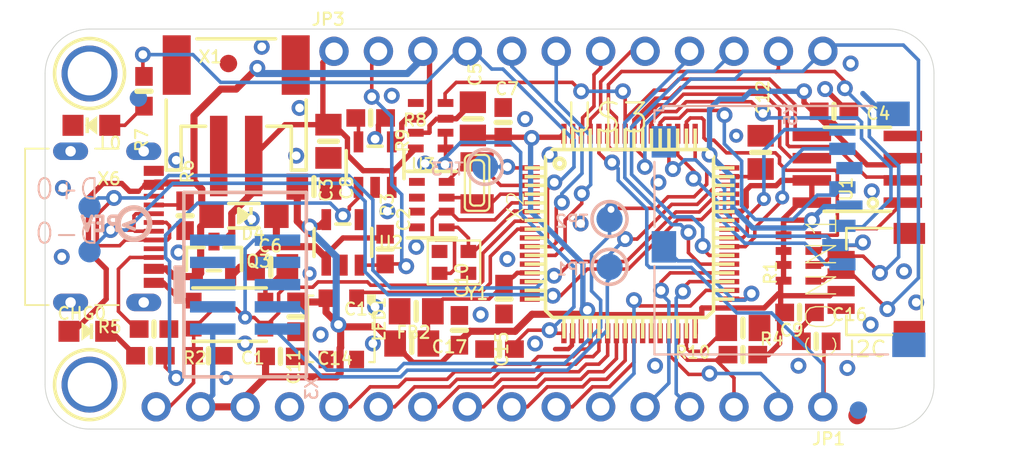
<source format=kicad_pcb>
(kicad_pcb (version 20211014) (generator pcbnew)
  (layers (0 "F.Cu" signal) (31 "B.Cu" signal) (34 "B.Paste" user) (35 "F.Paste" user) (36 "B.SilkS" user "B.Silkscreen") (37 "F.SilkS" user "F.Silkscreen") (38 "B.Mask" user) (39 "F.Mask" user) (44 "Edge.Cuts" user))
  (net 0 "")
  (net 1 "GND")
  (net 2 "MOSI")
  (net 3 "MISO")
  (net 4 "SCK")
  (net 5 "A5")
  (net 6 "A4")
  (net 7 "A3")
  (net 8 "A2")
  (net 9 "A1")
  (net 10 "D11")
  (net 11 "D12")
  (net 12 "+3V3")
  (net 13 "VBUS")
  (net 14 "VBAT")
  (net 15 "N$2")
  (net 16 "D13")
  (net 17 "A0")
  (net 18 "N$1")
  (net 19 "N$3")
  (net 20 "N$4")
  (net 21 "SCL")
  (net 22 "SDA")
  (net 23 "D9")
  (net 24 "D8_NEOPIX")
  (net 25 "D6")
  (net 26 "D5")
  (net 27 "D10")
  (net 28 "D+")
  (net 29 "D-")
  (net 30 "~{RESET}")
  (net 31 "N$5")
  (net 32 "N$7")
  (net 33 "EN")
  (net 34 "VHI")
  (net 35 "FLASH_MOSI")
  (net 36 "FLASH_MISO")
  (net 37 "FLASH_SCK")
  (net 38 "FLASH_CS")
  (net 39 "RX_D0")
  (net 40 "TX_D1")
  (net 41 "V_DIV")
  (net 42 "SWDIO")
  (net 43 "SWCLK")
  (net 44 "VCAP2")
  (net 45 "VCAP1")
  (net 46 "AVCC")
  (net 47 "BOOT0")
  (net 48 "SDIO_D2")
  (net 49 "SDIO_D3")
  (net 50 "SDIO_D0")
  (net 51 "SDIO_CLK")
  (net 52 "SDIO_D1")
  (net 53 "SDIO_CMD")
  (net 54 "CC1")
  (net 55 "CC2")
  (net 56 "N$6")
  (net 57 "N$8")
  (net 58 "SD_DETECT")
  (net 59 "BATTERY")
  (footprint "Adafruit Feather STM32F405 Express:0603-NO" (layer "F.Cu") (at 146.778896 110.789807 90)
    (fp_text reference "C10")
    (fp_text value "1uF")
  )
  (footprint "Adafruit Feather STM32F405 Express:0603-NO" (layer "F.Cu") (at 137.4394 110.0201 -90)
    (fp_text reference "C11")
    (fp_text value "1uF")
  )
  (footprint "Adafruit Feather STM32F405 Express:0805-NO" (layer "F.Cu") (at 135.9966 107.1861)
    (fp_text reference "C6")
    (fp_text value "10µF")
  )
  (footprint "Adafruit Feather STM32F405 Express:SOD-123" (layer "F.Cu") (at 134.4676 104.2416 180)
    (fp_text reference "D4")
    (fp_text value "MBR054")
  )
  (footprint "Adafruit Feather STM32F405 Express:0805-NO" (layer "F.Cu") (at 162.9791 110.6551)
    (fp_text reference "C9")
    (fp_text value "10µF")
  )
  (footprint "Adafruit Feather STM32F405 Express:0603-NO" (layer "F.Cu") (at 136.5504 112.279507)
    (fp_text reference "C14")
    (fp_text value "1uF")
  )
  (footprint "" (layer "F.Cu") (at 171.3611 96.1136)
    (fp_text reference "@HOLE0" hide)
    (fp_text value "")
  )
  (footprint "Adafruit Feather STM32F405 Express:BTN_KMR2_4.6X2.8" (layer "F.Cu") (at 133.6421 109.8931 180)
    (fp_text reference "SW1" hide)
    (fp_text value "KMR2" hide)
  )
  (footprint "Adafruit Feather STM32F405 Express:SOIC8_150MIL" (layer "F.Cu") (at 169.5196 101.5873 90)
    (fp_text reference "U1")
    (fp_text value "25Q16")
  )
  (footprint "Adafruit Feather STM32F405 Express:FIDUCIAL_1MM" (layer "F.Cu") (at 169.5033 115.6646 -90)
    (fp_text reference "U$35" hide)
    (fp_text value "FIDUCIAL_1MM" hide)
  )
  (footprint "Adafruit Feather STM32F405 Express:FEATHER_STM32F405_TOP" (layer "F.Cu") (at 123.1011 116.4336)
    (fp_text reference "U$24" hide)
    (fp_text value "" hide)
  )
  (footprint "Adafruit Feather STM32F405 Express:0805-NO" (layer "F.Cu") (at 144.0561 111.5441)
    (fp_text reference "FB2")
    (fp_text value "ferrite")
  )
  (footprint "Adafruit Feather STM32F405 Express:0805-NO" (layer "F.Cu") (at 147.5486 98.7044 90)
    (fp_text reference "C5")
    (fp_text value "10uF")
  )
  (footprint "Adafruit Feather STM32F405 Express:0603-NO" (layer "F.Cu") (at 142.5321 106.1466 90)
    (fp_text reference "R3")
    (fp_text value "10K")
  )
  (footprint "Adafruit Feather STM32F405 Express:RESPACK_4X0603" (layer "F.Cu") (at 145.1991 103.6066 90)
    (fp_text reference "C2")
    (fp_text value "22pF")
  )
  (footprint "Adafruit Feather STM32F405 Express:0603-NO" (layer "F.Cu") (at 128.7526 97.1296 -90)
    (fp_text reference "R7")
    (fp_text value "2.2K")
  )
  (footprint "Adafruit Feather STM32F405 Express:0603-NO" (layer "F.Cu") (at 167.1701 111.4171 180)
    (fp_text reference "R4")
    (fp_text value "100K")
  )
  (footprint "Adafruit Feather STM32F405 Express:0805-NO" (layer "F.Cu") (at 139.2936 99.9871 -90)
    (fp_text reference "C3")
    (fp_text value "10µF")
  )
  (footprint "Adafruit Feather STM32F405 Express:SOT23-R" (layer "F.Cu") (at 132.7531 106.7181)
    (fp_text reference "Q3")
    (fp_text value "DMG3405")
  )
  (footprint "Adafruit Feather STM32F405 Express:MOUNTINGHOLE_2.5_PLATED" (layer "F.Cu") (at 125.6411 113.8936 -90)
    (fp_text reference "U$32" hide)
    (fp_text value "MOUNTINGHOLE2.5" hide)
  )
  (footprint "Adafruit Feather STM32F405 Express:CHIPLED_0805_NOOUTLINE" (layer "F.Cu") (at 125.7461 99.0746 90)
    (fp_text reference "L0")
    (fp_text value "RED")
  )
  (footprint "" (layer "F.Cu") (at 171.3611 113.8936)
    (fp_text reference "@HOLE1" hide)
    (fp_text value "")
  )
  (footprint "Adafruit Feather STM32F405 Express:JST_SH4" (layer "F.Cu") (at 171.1071 108.0516 90)
    (fp_text reference "CONN1")
    (fp_text value "STEMMA_I2C_QT" hide)
  )
  (footprint "Adafruit Feather STM32F405 Express:0805-NO" (layer "F.Cu") (at 144.3101 109.7026 180)
    (fp_text reference "C13")
    (fp_text value "10µF")
  )
  (footprint "Adafruit Feather STM32F405 Express:0603-NO" (layer "F.Cu") (at 168.1861 98.2726)
    (fp_text reference "C4")
    (fp_text value "1uF")
  )
  (footprint "Adafruit Feather STM32F405 Express:0603-NO" (layer "F.Cu") (at 141.7066 98.6536)
    (fp_text reference "R8")
    (fp_text value "5.1K")
  )
  (footprint "Adafruit Feather STM32F405 Express:0603-NO" (layer "F.Cu") (at 149.2801 98.9074 90)
    (fp_text reference "C7")
    (fp_text value "1uF")
  )
  (footprint "Adafruit Feather STM32F405 Express:CRYSTAL_2.5X2" (layer "F.Cu") (at 146.4691 106.9086 180)
    (fp_text reference "Y1")
    (fp_text value "12mhz")
  )
  (footprint "Adafruit Feather STM32F405 Express:RESPACK_4X0603_NO" (layer "F.Cu") (at 145.1356 99.0981 90)
    (fp_text reference "R9")
    (fp_text value "100K")
  )
  (footprint "Adafruit Feather STM32F405 Express:0603-NO" (layer "F.Cu") (at 132.4356 112.2426)
    (fp_text reference "C1")
    (fp_text value "0.1uF")
  )
  (footprint "Adafruit Feather STM32F405 Express:SOT23-5" (layer "F.Cu") (at 140.1191 105.7656)
    (fp_text reference "U2")
    (fp_text value "AP2112-3.3")
  )
  (footprint "Adafruit Feather STM32F405 Express:LED3535" (layer "F.Cu") (at 140.0302 110.7059 -90)
    (fp_text reference "LED1")
    (fp_text value "WS2812B3535")
  )
  (footprint "Adafruit Feather STM32F405 Express:1X12_ROUND" (layer "F.Cu") (at 153.5811 94.8436)
    (fp_text reference "JP3")
    (fp_text value "")
  )
  (footprint "Adafruit Feather STM32F405 Express:MOUNTINGHOLE_2.5_PLATED" (layer "F.Cu") (at 125.6411 96.1136 -90)
    (fp_text reference "U$31" hide)
    (fp_text value "MOUNTINGHOLE2.5" hide)
  )
  (footprint "Adafruit Feather STM32F405 Express:XTAL3215" (layer "F.Cu") (at 147.7899 102.362 90)
    (fp_text reference "X2")
    (fp_text value "32.768")
  )
  (footprint "Adafruit Feather STM32F405 Express:0603-NO" (layer "F.Cu") (at 131.1021 104.2416 90)
    (fp_text reference "R6")
    (fp_text value "5.1K")
  )
  (footprint "Adafruit Feather STM32F405 Express:0603-NO" (layer "F.Cu") (at 149.3266 109.0041 -90)
    (fp_text reference "C15")
    (fp_text value "0.1uF")
  )
  (footprint "Adafruit Feather STM32F405 Express:1X16_ROUND" (layer "F.Cu") (at 148.5011 115.1636 180)
    (fp_text reference "JP1")
    (fp_text value "")
  )
  (footprint "Adafruit Feather STM32F405 Express:0603-NO" (layer "F.Cu") (at 162.9791 112.1791 180)
    (fp_text reference "R10")
    (fp_text value "100K")
  )
  (footprint "Adafruit Feather STM32F405 Express:FIDUCIAL_1MM" (layer "F.Cu") (at 133.5786 95.5421 -90)
    (fp_text reference "U$34" hide)
    (fp_text value "FIDUCIAL_1MM" hide)
  )
  (footprint "Adafruit Feather STM32F405 Express:0805-NO" (layer "F.Cu") (at 163.9951 100.6221 90)
    (fp_text reference "C12")
    (fp_text value "10µF")
  )
  (footprint "Adafruit Feather STM32F405 Express:CHIPLED_0805_NOOUTLINE" (layer "F.Cu") (at 125.5141 110.8456 -90)
    (fp_text reference "CHG0")
    (fp_text value "ORANGE")
  )
  (footprint "Adafruit Feather STM32F405 Express:0603-NO" (layer "F.Cu") (at 166.2176 109.7661)
    (fp_text reference "C16")
    (fp_text value "1uF")
  )
  (footprint "Adafruit Feather STM32F405 Express:USB_C_CUSB31-CFM2AX-01-X" (layer "F.Cu") (at 125.7681 104.8766 -90)
    (fp_text reference "X6")
    (fp_text value "")
  )
  (footprint "Adafruit Feather STM32F405 Express:0603-NO" (layer "F.Cu") (at 129.3241 110.7186 180)
    (fp_text reference "R5")
    (fp_text value "5.1K")
  )
  (footprint "Adafruit Feather STM32F405 Express:0603-NO" (layer "F.Cu") (at 129.1209 112.2426)
    (fp_text reference "R2")
    (fp_text value "1K")
  )
  (footprint "Adafruit Feather STM32F405 Express:SOT23-5" (layer "F.Cu") (at 141.9606 101.3206)
    (fp_text reference "U3")
    (fp_text value "MCP73831T-2ACI/OT")
  )
  (footprint "Adafruit Feather STM32F405 Express:RESPACK_4X0603_NO" (layer "F.Cu") (at 166.1541 106.6546 90)
    (fp_text reference "R1")
    (fp_text value "10K")
  )
  (footprint "Adafruit Feather STM32F405 Express:TQFP64" (layer "F.Cu") (at 156.5021 105.2576)
    (fp_text reference "U$3")
    (fp_text value "STM32F405R")
  )
  (footprint "Adafruit Feather STM32F405 Express:JSTPH2" (layer "F.Cu") (at 134.0231 97.1296)
    (fp_text reference "X1")
    (fp_text value "JSTPH")
  )
  (footprint "Adafruit Feather STM32F405 Express:0603-NO" (layer "F.Cu") (at 149.0726 111.8616 180)
    (fp_text reference "C17")
    (fp_text value "1uF")
  )
  (footprint "Adafruit Feather STM32F405 Express:0805-NO" (layer "F.Cu") (at 138.4646 102.5756)
    (fp_text reference "C8")
    (fp_text value "10µF")
  )
  (footprint "Adafruit Feather STM32F405 Express:B1,27" (layer "B.Cu") (at 125.6411 103.7336 180)
    (fp_text reference "D+0")
    (fp_text value "TPB1,27")
  )
  (footprint "Adafruit Feather STM32F405 Express:FIDUCIAL_1MM" (layer "B.Cu") (at 169.5831 115.3541 180)
    (fp_text reference "U$37" hide)
    (fp_text value "FIDUCIAL_1MM" hide)
  )
  (footprint "Adafruit Feather STM32F405 Express:TESTPOINT_ROUND_1.5MM" (layer "B.Cu") (at 155.3591 107.1626 180)
    (fp_text reference "TP1")
    (fp_text value "")
  )
  (footprint "Adafruit Feather STM32F405 Express:FEATHER_STM32F405_BOT" (layer "B.Cu") (at 173.9011 116.4336 180)
    (fp_text reference "U$40" hide)
    (fp_text value "" hide)
  )
  (footprint "Adafruit Feather STM32F405 Express:B1,27" (layer "B.Cu") (at 125.6411 106.2736 180)
    (fp_text reference "D-0")
    (fp_text value "TPB1,27")
  )
  (footprint "Adafruit Feather STM32F405 Express:PCBFEAT-REV-040" (layer "B.Cu") (at 128.1811 104.6861 180)
    (fp_text reference "U$13" hide)
    (fp_text value "" hide)
  )
  (footprint "Adafruit Feather STM32F405 Express:TESTPOINT_ROUND_1.5MM" (layer "B.Cu") (at 155.3591 104.4321 180)
    (fp_text reference "TP2")
    (fp_text value "")
  )
  (footprint "Adafruit Feather STM32F405 Express:2X05_1.27MM_SMT" (layer "B.Cu") (at 134.5311 108.1786 90)
    (fp_text reference "X3")
    (fp_text value "")
  )
  (footprint "Adafruit Feather STM32F405 Express:FIDUCIAL_1MM" (layer "B.Cu") (at 128.4351 97.5106 180)
    (fp_text reference "U$5" hide)
    (fp_text value "FIDUCIAL_1MM" hide)
  )
  (footprint "Adafruit Feather STM32F405 Express:TESTPOINT_ROUND_1.5MM" (layer "B.Cu") (at 148.2471 101.4476 180)
    (fp_text reference "TP3")
    (fp_text value "")
  )
  (footprint "Adafruit Feather STM32F405 Express:MICROSD" (layer "B.Cu") (at 158.0261 98.0186 -90)
    (fp_text reference "X5")
    (fp_text value "")
  )
  (gr_line (start 171.3611 93.5736) (end 125.6411 93.5736) (layer "Edge.Cuts") (width 0.05))
  (gr_arc (start 125.6411 116.4336) (mid 123.845049 115.689651) (end 123.1011 113.8936) (layer "Edge.Cuts") (width 0.05))
  (gr_arc (start 171.3611 93.5736) (mid 173.157151 94.317549) (end 173.9011 96.1136) (layer "Edge.Cuts") (width 0.05))
  (gr_line (start 125.6411 116.4336) (end 171.3611 116.4336) (layer "Edge.Cuts") (width 0.05))
  (gr_arc (start 173.9011 113.8936) (mid 173.157151 115.689651) (end 171.3611 116.4336) (layer "Edge.Cuts") (width 0.05))
  (gr_line (start 123.1011 96.1136) (end 123.1011 113.8936) (layer "Edge.Cuts") (width 0.05))
  (gr_arc (start 123.1011 96.1136) (mid 123.845049 94.317549) (end 125.6411 93.5736) (layer "Edge.Cuts") (width 0.05))
  (gr_line (start 173.9011 113.8936) (end 173.9011 96.1136) (layer "Edge.Cuts") (width 0.05))
  (gr_text "I2C" (at 170.0911 111.8616) (layer "F.SilkS") (effects (font (size 0.89408 0.89408) (thickness 0.12192))))
  (segment (start 145.4721 98.6981) (end 145.0721 99.0981) (width 0.254) (layer "F.Cu") (net 1))
  (segment (start 130.8736 109.0931) (end 131.5921 109.0931) (width 0.3048) (layer "F.Cu") (net 1))
  (segment (start 166.3201 110.6551) (end 166.3201 111.4171) (width 0.3048) (layer "F.Cu") (net 1))
  (segment (start 153.00305 111.8616) (end 152.2476 111.8616) (width 0.254) (layer "F.Cu") (net 1))
  (segment (start 136.9466 107.1861) (end 135.6921 108.4406) (width 0.254) (layer "F.Cu") (net 1))
  (segment (start 142.1511 99.0591) (end 142.1511 99.6696) (width 0.3048) (layer "F.Cu") (net 1))
  (segment (start 145.9856 98.6981) (end 145.4721 98.6981) (width 0.254) (layer "F.Cu") (net 1))
  (segment (start 168.9481 98.2726) (end 169.0361 98.2726) (width 0.3048) (layer "F.Cu") (net 1))
  (segment (start 145.9856 98.6981) (end 146.6049 98.6981) (width 0.3048) (layer "F.Cu") (net 1))
  (segment (start 145.0531 99.4981) (end 144.2856 99.4981) (width 0.254) (layer "F.Cu") (net 1))
  (segment (start 145.0721 99.4791) (end 145.0531 99.4981) (width 0.254) (layer "F.Cu") (net 1))
  (segment (start 142.1511 99.6696) (end 141.9606 99.8601) (width 0.3048) (layer "F.Cu") (net 1))
  (segment (start 129.3131 108.0766) (end 129.8571 108.0766) (width 0.3048) (layer "F.Cu") (net 1))
  (segment (start 129.8571 108.0766) (end 130.8736 109.0931) (width 0.3048) (layer "F.Cu") (net 1))
  (segment (start 135.6921 108.4406) (end 135.6921 109.0931) (width 0.254) (layer "F.Cu") (net 1))
  (segment (start 142.5566 98.6536) (end 142.1511 99.0591) (width 0.3048) (layer "F.Cu") (net 1))
  (segment (start 153.2093 111.65535) (end 153.00305 111.8616) (width 0.254) (layer "F.Cu") (net 1))
  (segment (start 146.6049 98.6981) (end 147.5486 97.7544) (width 0.3048) (layer "F.Cu") (net 1))
  (segment (start 167.0676 109.9076) (end 166.3201 110.6551) (width 0.3048) (layer "F.Cu") (net 1))
  (segment (start 145.0721 99.0981) (end 145.0721 99.4791) (width 0.254) (layer "F.Cu") (net 1))
  (segment (start 153.2521 110.9576) (end 153.2093 111.0004) (width 0.254) (layer "F.Cu") (net 1))
  (segment (start 167.6781 97.0026) (end 168.9481 98.2726) (width 0.3048) (layer "F.Cu") (net 1))
  (segment (start 153.2093 111.0004) (end 153.2093 111.65535) (width 0.254) (layer "F.Cu") (net 1))
  (segment (start 167.0676 109.7661) (end 167.0676 109.9076) (width 0.3048) (layer "F.Cu") (net 1))
  (via (at 170.3451 102.8446) (size 0.9064) (drill 0.5) (layers "F.Cu" "B.Cu") (net 1))
  (via (at 142.9131 97.3836) (size 0.9064) (drill 0.5) (layers "F.Cu" "B.Cu") (net 1))
  (via (at 151.9301 100.7491) (size 0.9064) (drill 0.5) (layers "F.Cu" "B.Cu") (net 1))
  (via (at 151.1046 111.5441) (size 0.9064) (drill 0.5) (layers "F.Cu" "B.Cu") (net 1))
  (via (at 162.5981 99.6696) (size 0.8001) (drill 0.3937) (layers "F.Cu" "B.Cu") (net 1))
  (via (at 153.7081 104.6861) (size 0.9064) (drill 0.5) (layers "F.Cu" "B.Cu") (net 1))
  (via (at 137.6426 98.0821) (size 0.9064) (drill 0.5) (layers "F.Cu" "B.Cu") (net 1))
  (via (at 157.9626 112.8141) (size 0.9064) (drill 0.5) (layers "F.Cu" "B.Cu") (net 1))
  (via (at 149.5171 106.7181) (size 0.9064) (drill 0.5) (layers "F.Cu" "B.Cu") (net 1))
  (via (at 169.1386 95.5421) (size 0.9064) (drill 0.5) (layers "F.Cu" "B.Cu") (net 1))
  (via (at 134.9121 104.4321) (size 0.9064) (drill 0.5) (layers "F.Cu" "B.Cu") (net 1))
  (via (at 166.1541 112.8141) (size 0.9064) (drill 0.5) (layers "F.Cu" "B.Cu") (net 1))
  (via (at 172.1866 107.4166) (size 0.9064) (drill 0.5) (layers "F.Cu" "B.Cu") (net 1))
  (via (at 144.3101 106.0196) (size 0.9064) (drill 0.5) (layers "F.Cu" "B.Cu") (net 1))
  (via (at 130.7211 106.3371) (size 0.9064) (drill 0.5) (layers "F.Cu" "B.Cu") (net 1))
  (via (at 133.4516 113.5126) (size 0.8064) (drill 0.4) (layers "F.Cu" "B.Cu") (net 1))
  (via (at 150.5331 98.7171) (size 0.9064) (drill 0.5) (layers "F.Cu" "B.Cu") (net 1))
  (via (at 137.4521 100.8126) (size 0.9064) (drill 0.5) (layers "F.Cu" "B.Cu") (net 1))
  (via (at 124.0536 106.5911) (size 0.9064) (drill 0.5) (layers "F.Cu" "B.Cu") (net 1))
  (via (at 170.2816 110.4646) (size 0.9064) (drill 0.5) (layers "F.Cu" "B.Cu") (net 1))
  (via (at 168.9481 112.9411) (size 0.9064) (drill 0.5) (layers "F.Cu" "B.Cu") (net 1))
  (via (at 172.8851 109.1946) (size 0.9064) (drill 0.5) (layers "F.Cu" "B.Cu") (net 1))
  (via (at 167.6781 97.0026) (size 0.9064) (drill 0.5) (layers "F.Cu" "B.Cu") (net 1))
  (via (at 138.2141 107.5436) (size 0.8064) (drill 0.4) (layers "F.Cu" "B.Cu") (net 1))
  (via (at 141.9606 99.8601) (size 0.9064) (drill 0.5) (layers "F.Cu" "B.Cu") (net 1))
  (via (at 144.8181 101.2571) (size 0.9064) (drill 0.5) (layers "F.Cu" "B.Cu") (net 1))
  (via (at 124.1171 102.6541) (size 0.9064) (drill 0.5) (layers "F.Cu" "B.Cu") (net 1))
  (via (at 141.9606 109.4486) (size 0.9064) (drill 0.5) (layers "F.Cu" "B.Cu") (net 1))
  (via (at 147.9931 109.8931) (size 0.9064) (drill 0.5) (layers "F.Cu" "B.Cu") (net 1))
  (via (at 141.8336 111.5441) (size 0.9064) (drill 0.5) (layers "F.Cu" "B.Cu") (net 1))
  (via (at 135.4836 94.5896) (size 0.9064) (drill 0.5) (layers "F.Cu" "B.Cu") (net 1))
  (via (at 158.1531 102.3366) (size 0.9064) (drill 0.5) (layers "F.Cu" "B.Cu") (net 1))
  (via (at 134.5311 111.5441) (size 0.9064) (drill 0.5) (layers "F.Cu" "B.Cu") (net 1))
  (via (at 130.5941 101.0666) (size 0.9064) (drill 0.5) (layers "F.Cu" "B.Cu") (net 1))
  (via (at 142.6591 103.9876) (size 0.9064) (drill 0.5) (layers "F.Cu" "B.Cu") (net 1))
  (via (at 138.8491 111.0361) (size 0.9064) (drill 0.5) (layers "F.Cu" "B.Cu") (net 1))
  (segment (start 170.9991 98.4186) (end 169.8371 97.2566) (width 0.3048) (layer "B.Cu") (net 1))
  (segment (start 171.5661 98.4186) (end 170.9991 98.4186) (width 0.3048) (layer "B.Cu") (net 1))
  (segment (start 158.303812 108.027888) (end 158.303812 108.5116) (width 0.2032) (layer "F.Cu") (net 2))
  (segment (start 158.8241 107.5076) (end 158.303812 108.027888) (width 0.2032) (layer "F.Cu") (net 2))
  (segment (start 162.2021 107.5076) (end 158.8241 107.5076) (width 0.2032) (layer "F.Cu") (net 2))
  (via (at 158.303812 108.5116) (size 0.9064) (drill 0.5) (layers "F.Cu" "B.Cu") (net 2))
  (segment (start 158.748312 109.1466) (end 158.748312 113.806388) (width 0.2032) (layer "B.Cu") (net 2))
  (segment (start 158.748312 113.806388) (end 157.3911 115.1636) (width 0.2032) (layer "B.Cu") (net 2))
  (segment (start 158.748312 109.1466) (end 158.303812 108.7021) (width 0.2032) (layer "B.Cu") (net 2))
  (segment (start 158.303812 108.7021) (end 158.303812 108.5116) (width 0.2032) (layer "B.Cu") (net 2))
  (segment (start 159.9271 108.0076) (end 159.5501 108.3846) (width 0.2032) (layer "F.Cu") (net 3))
  (segment (start 159.5501 108.3846) (end 159.5501 108.5751) (width 0.2032) (layer "F.Cu") (net 3))
  (segment (start 162.2021 108.0076) (end 159.9271 108.0076) (width 0.2032) (layer "F.Cu") (net 3))
  (via (at 159.5501 108.5751) (size 0.9064) (drill 0.5) (layers "F.Cu" "B.Cu") (net 3))
  (segment (start 159.1691 108.9561) (end 159.1691 114.4016) (width 0.2032) (layer "B.Cu") (net 3))
  (segment (start 159.1691 114.4016) (end 159.9311 115.1636) (width 0.2032) (layer "B.Cu") (net 3))
  (segment (start 159.5501 108.5751) (end 159.1691 108.9561) (width 0.2032) (layer "B.Cu") (net 3))
  (segment (start 159.9796 109.3966) (end 157.0851 109.3966) (width 0.2032) (layer "F.Cu") (net 4))
  (segment (start 162.2021 108.5076) (end 160.8686 108.5076) (width 0.2032) (layer "F.Cu") (net 4))
  (segment (start 160.8686 108.5076) (end 159.9796 109.3966) (width 0.2032) (layer "F.Cu") (net 4))
  (segment (start 156.7561 109.0676) (end 157.0851 109.3966) (width 0.2032) (layer "F.Cu") (net 4))
  (via (at 156.7561 109.0676) (size 0.9064) (drill 0.5) (layers "F.Cu" "B.Cu") (net 4))
  (segment (start 156.7561 109.0676) (end 156.7561 113.2586) (width 0.2032) (layer "B.Cu") (net 4))
  (segment (start 156.7561 113.2586) (end 154.8511 115.1636) (width 0.2032) (layer "B.Cu") (net 4))
  (segment (start 156.7521 110.9576) (end 156.7521 112.6276) (width 0.2032) (layer "F.Cu") (net 5))
  (segment (start 155.3591 114.0206) (end 154.37765 114.0206) (width 0.2032) (layer "F.Cu") (net 5))
  (segment (start 153.23465 115.1636) (end 152.3111 115.1636) (width 0.2032) (layer "F.Cu") (net 5))
  (segment (start 154.37765 114.0206) (end 153.23465 115.1636) (width 0.2032) (layer "F.Cu") (net 5))
  (segment (start 156.7521 112.6276) (end 155.3591 114.0206) (width 0.2032) (layer "F.Cu") (net 5))
  (segment (start 153.830487 114.0206) (end 151.8031 114.0206) (width 0.2032) (layer "F.Cu") (net 6))
  (segment (start 154.262287 113.5888) (end 153.830487 114.0206) (width 0.2032) (layer "F.Cu") (net 6))
  (segment (start 156.2521 110.9576) (end 156.2521 112.516938) (width 0.2032) (layer "F.Cu") (net 6))
  (segment (start 155.180237 113.5888) (end 154.262287 113.5888) (width 0.2032) (layer "F.Cu") (net 6))
  (segment (start 151.8031 114.0206) (end 150.6601 115.1636) (width 0.2032) (layer "F.Cu") (net 6))
  (segment (start 156.2521 112.516938) (end 155.180237 113.5888) (width 0.2032) (layer "F.Cu") (net 6))
  (segment (start 150.6601 115.1636) (end 149.7711 115.1636) (width 0.2032) (layer "F.Cu") (net 6))
  (segment (start 148.15465 115.1636) (end 149.29765 114.0206) (width 0.2032) (layer "F.Cu") (net 7))
  (segment (start 149.29765 114.0206) (end 151.255937 114.0206) (width 0.2032) (layer "F.Cu") (net 7))
  (segment (start 155.7521 112.406275) (end 155.001375 113.157) (width 0.2032) (layer "F.Cu") (net 7))
  (segment (start 148.15465 115.1636) (end 147.2311 115.1636) (width 0.2032) (layer "F.Cu") (net 7))
  (segment (start 154.146925 113.157) (end 153.715125 113.5888) (width 0.2032) (layer "F.Cu") (net 7))
  (segment (start 151.255937 114.0206) (end 151.687737 113.5888) (width 0.2032) (layer "F.Cu") (net 7))
  (segment (start 155.001375 113.157) (end 154.146925 113.157) (width 0.2032) (layer "F.Cu") (net 7))
  (segment (start 155.7521 110.9576) (end 155.7521 112.406275) (width 0.2032) (layer "F.Cu") (net 7))
  (segment (start 151.687737 113.5888) (end 153.715125 113.5888) (width 0.2032) (layer "F.Cu") (net 7))
  (segment (start 153.599762 113.157) (end 151.572375 113.157) (width 0.2032) (layer "F.Cu") (net 8))
  (segment (start 146.75765 114.0206) (end 145.61465 115.1636) (width 0.2032) (layer "F.Cu") (net 8))
  (segment (start 151.572375 113.157) (end 151.140575 113.5888) (width 0.2032) (layer "F.Cu") (net 8))
  (segment (start 155.2521 112.2226) (end 154.7495 112.7252) (width 0.2032) (layer "F.Cu") (net 8))
  (segment (start 148.7551 114.0206) (end 146.75765 114.0206) (width 0.2032) (layer "F.Cu") (net 8))
  (segment (start 145.61465 115.1636) (end 144.6911 115.1636) (width 0.2032) (layer "F.Cu") (net 8))
  (segment (start 154.7495 112.7252) (end 154.031562 112.7252) (width 0.2032) (layer "F.Cu") (net 8))
  (segment (start 151.140575 113.5888) (end 149.1869 113.5888) (width 0.2032) (layer "F.Cu") (net 8))
  (segment (start 155.2521 110.9576) (end 155.2521 112.2226) (width 0.2032) (layer "F.Cu") (net 8))
  (segment (start 149.1869 113.5888) (end 148.7551 114.0206) (width 0.2032) (layer "F.Cu") (net 8))
  (segment (start 154.031562 112.7252) (end 153.599762 113.157) (width 0.2032) (layer "F.Cu") (net 8))
  (segment (start 154.4193 112.2934) (end 153.8527 112.2934) (width 0.2032) (layer "F.Cu") (net 9))
  (segment (start 153.4209 112.7252) (end 151.457012 112.7252) (width 0.2032) (layer "F.Cu") (net 9))
  (segment (start 151.025212 113.157) (end 149.071537 113.157) (width 0.2032) (layer "F.Cu") (net 9))
  (segment (start 144.21765 114.0206) (end 143.07465 115.1636) (width 0.2032) (layer "F.Cu") (net 9))
  (segment (start 153.8527 112.2934) (end 153.4209 112.7252) (width 0.2032) (layer "F.Cu") (net 9))
  (segment (start 154.7521 111.9606) (end 154.4193 112.2934) (width 0.2032) (layer "F.Cu") (net 9))
  (segment (start 154.7521 110.9576) (end 154.7521 111.9606) (width 0.2032) (layer "F.Cu") (net 9))
  (segment (start 149.071537 113.157) (end 148.639737 113.5888) (width 0.2032) (layer "F.Cu") (net 9))
  (segment (start 146.642287 113.5888) (end 146.210487 114.0206) (width 0.2032) (layer "F.Cu") (net 9))
  (segment (start 151.457012 112.7252) (end 151.025212 113.157) (width 0.2032) (layer "F.Cu") (net 9))
  (segment (start 148.639737 113.5888) (end 146.642287 113.5888) (width 0.2032) (layer "F.Cu") (net 9))
  (segment (start 146.210487 114.0206) (end 144.21765 114.0206) (width 0.2032) (layer "F.Cu") (net 9))
  (segment (start 143.07465 115.1636) (end 142.1511 115.1636) (width 0.2032) (layer "F.Cu") (net 9))
  (segment (start 150.8021 106.5076) (end 152.2676 106.5076) (width 0.2032) (layer "F.Cu") (net 10))
  (segment (start 153.7716 103.5431) (end 152.8191 104.4956) (width 0.2032) (layer "F.Cu") (net 10))
  (segment (start 152.2676 106.5076) (end 152.8191 105.9561) (width 0.2032) (layer "F.Cu") (net 10))
  (segment (start 153.7716 103.5431) (end 153.7716 102.9716) (width 0.2032) (layer "F.Cu") (net 10))
  (segment (start 152.8191 104.4956) (end 152.8191 105.9561) (width 0.2032) (layer "F.Cu") (net 10))
  (via (at 153.7716 102.9716) (size 0.9064) (drill 0.5) (layers "F.Cu" "B.Cu") (net 10))
  (segment (start 154.2796 99.6696) (end 154.2796 102.4636) (width 0.2032) (layer "B.Cu") (net 10))
  (segment (start 152.3111 94.8436) (end 152.3111 97.7011) (width 0.2032) (layer "B.Cu") (net 10))
  (segment (start 153.7716 102.9716) (end 154.2796 102.4636) (width 0.2032) (layer "B.Cu") (net 10))
  (segment (start 154.2796 99.6696) (end 152.3111 97.7011) (width 0.2032) (layer "B.Cu") (net 10))
  (segment (start 152.3151 105.7696) (end 152.0771 106.0076) (width 0.2032) (layer "F.Cu") (net 11))
  (segment (start 152.3151 103.8011) (end 152.6326 103.4836) (width 0.2032) (layer "F.Cu") (net 11))
  (segment (start 152.0771 106.0076) (end 150.8021 106.0076) (width 0.2032) (layer "F.Cu") (net 11))
  (segment (start 152.3151 103.8011) (end 152.3151 105.7696) (width 0.2032) (layer "F.Cu") (net 11))
  (via (at 152.6326 103.4836) (size 0.9064) (drill 0.5) (layers "F.Cu" "B.Cu") (net 11))
  (segment (start 152.6326 103.4836) (end 152.6326 102.9756) (width 0.2032) (layer "B.Cu") (net 11))
  (segment (start 149.7711 94.8436) (end 149.7711 95.708263) (width 0.2032) (layer "B.Cu") (net 11))
  (segment (start 153.7843 99.721463) (end 149.7711 95.708263) (width 0.2032) (layer "B.Cu") (net 11))
  (segment (start 153.7843 101.8239) (end 153.7843 99.721463) (width 0.2032) (layer "B.Cu") (net 11))
  (segment (start 153.7843 101.8239) (end 152.6326 102.9756) (width 0.2032) (layer "B.Cu") (net 11))
  (segment (start 139.752812 113.4491) (end 135.7004 113.4491) (width 0.4064) (layer "F.Cu") (net 12))
  (segment (start 162.2021 101.5076) (end 161.8326 101.5076) (width 0.3048) (layer "F.Cu") (net 12))
  (segment (start 163.4284 102.5223) (end 164.881875 102.5223) (width 0.3048) (layer "F.Cu") (net 12))
  (segment (start 165.3676 109.7661) (end 165.0746 110.0591) (width 0.3048) (layer "F.Cu") (net 12))
  (segment (start 138.2007 104.8465) (end 138.2141 104.8599) (width 0.4064) (layer "F.Cu") (net 12))
  (segment (start 135.7004 113.4491) (end 134.6844 114.4651) (width 0.4064) (layer "F.Cu") (net 12))
  (segment (start 168.5931 108.5516) (end 168.2121 108.5516) (width 0.3048) (layer "F.Cu") (net 12))
  (segment (start 164.881875 102.5223) (end 165.181875 102.2223) (width 0.3048) (layer "F.Cu") (net 12))
  (segment (start 164.2001 109.5121) (end 165.01835 108.69385) (width 0.3048) (layer "F.Cu") (net 12))
  (segment (start 143.1061 111.5441) (end 143.61285 112.05085) (width 0.3048) (layer "F.Cu") (net 12))
  (segment (start 139.9921 111.778188) (end 139.9612 111.809088) (width 0.4064) (layer "F.Cu") (net 12))
  (segment (start 139.1552 109.7547) (end 139.1552 108.9559) (width 0.4064) (layer "F.Cu") (net 12))
  (segment (start 165.3041 107.9546) (end 165.1381 108.1206) (width 0.3048) (layer "F.Cu") (net 12))
  (segment (start 168.156375 98.9251) (end 168.3498 99.118525) (width 0.3048) (layer "F.Cu") (net 12))
  (segment (start 165.181875 102.2223) (end 166.9196 102.2223) (width 0.3048) (layer "F.Cu") (net 12))
  (segment (start 167.6321 98.9251) (end 168.156375 98.9251) (width 0.3048) (layer "F.Cu") (net 12))
  (segment (start 137.5146 104.5581) (end 137.5146 102.5756) (width 0.4064) (layer "F.Cu") (net 12))
  (segment (start 166.9196 103.4923) (end 166.9196 102.2223) (width 0.3048) (layer "F.Cu") (net 12))
  (segment (start 154.3431 109.8931) (end 154.0891 109.6391) (width 0.3048) (layer "F.Cu") (net 12))
  (segment (start 163.1696 102.7811) (end 163.4284 102.5223) (width 0.3048) (layer "F.Cu") (net 12))
  (segment (start 165.1381 108.1206) (end 165.1381 108.8136) (width 0.3048) (layer "F.Cu") (net 12))
  (segment (start 166.4716 97.7646) (end 167.01135 98.30435) (width 0.3048) (layer "F.Cu") (net 12))
  (segment (start 143.0731 111.5771) (end 142.0876 110.5916) (width 0.4064) (layer "F.Cu") (net 12))
  (segment (start 165.0746 110.0591) (end 165.0746 111.5441) (width 0.3048) (layer "F.Cu") (net 12))
  (segment (start 139.9612 113.240713) (end 139.752812 113.4491) (width 0.4064) (layer "F.Cu") (net 12))
  (segment (start 165.1381 109.5366) (end 165.1381 108.8136) (width 0.3048) (layer "F.Cu") (net 12))
  (segment (start 147.6516 99.7574) (end 149.2801 99.7574) (width 0.3048) (layer "F.Cu") (net 12))
  (segment (start 164.4396 112.1791) (end 163.8291 112.1791) (width 0.3048) (layer "F.Cu") (net 12))
  (segment (start 160.2521 109.8931) (end 154.3431 109.8931) (width 0.3048) (layer "F.Cu") (net 12))
  (segment (start 162.910375 103.9902) (end 163.1696 103.730975) (width 0.3048) (layer "F.Cu") (net 12))
  (segment (start 160.6331 109.8931) (end 160.6331 109.5121) (width 0.3048) (layer "F.Cu") (net 12))
  (segment (start 165.3041 105.3546) (end 165.3041 104.4956) (width 0.3048) (layer "F.Cu") (net 12))
  (segment (start 171.7386 101.3333) (end 172.1196 100.9523) (width 0.3048) (layer "F.Cu") (net 12))
  (segment (start 145.762875 112.6243) (end 146.435325 111.95185) (width 0.3048) (layer "F.Cu") (net 12))
  (segment (start 138.941 109.1701) (end 139.1552 108.9559) (width 0.4064) (layer "F.Cu") (net 12))
  (segment (start 152.5523 99.7574) (end 150.8709 99.7574) (width 0.3048) (layer "F.Cu") (net 12))
  (segment (start 137.4394 109.1701) (end 138.941 109.1701) (width 0.4064) (layer "F.Cu") (net 12))
  (segment (start 146.587465 111.448375) (end 146.778896 111.639807) (width 0.4064) (layer "F.Cu") (net 12))
  (segment (start 167.3361 98.2726) (end 167.30435 98.30435) (width 0.3048) (layer "F.Cu") (net 12))
  (segment (start 165.3676 109.7661) (end 165.1381 109.5366) (width 0.3048) (layer "F.Cu") (net 12))
  (segment (start 144.1228 112.6243) (end 145.762875 112.6243) (width 0.3048) (layer "F.Cu") (net 12))
  (segment (start 139.8651 110.4646) (end 139.1552 109.7547) (width 0.4064) (layer "F.Cu") (net 12))
  (segment (start 147.5486 99.6544) (end 147.6516 99.7574) (width 0.3048) (layer "F.Cu") (net 12))
  (segment (start 134.6844 115.1636) (end 134.5311 115.1636) (width 0.4064) (layer "F.Cu") (net 12))
  (segment (start 142.0876 110.5916) (end 139.9921 110.5916) (width 0.4064) (layer "F.Cu") (net 12))
  (segment (start 168.2121 108.5516) (end 167.9501 108.8136) (width 0.3048) (layer "F.Cu") (net 12))
  (segment (start 149.2801 99.7574) (end 150.8709 99.7574) (width 0.3048) (layer "F.Cu") (net 12))
  (segment (start 139.9921 110.5916) (end 139.9921 111.778188) (width 0.4064) (layer "F.Cu") (net 12))
  (segment (start 131.9911 115.1636) (end 134.5311 115.1636) (width 0.4064) (layer "F.Cu") (net 12))
  (segment (start 166.4716 97.1296) (end 166.4716 97.7646) (width 0.3048) (layer "F.Cu") (net 12))
  (segment (start 163.1696 103.730975) (end 163.1696 102.7811) (width 0.3048) (layer "F.Cu") (net 12))
  (segment (start 154.0891 109.6391) (end 153.8351 109.8931) (width 0.3048) (layer "F.Cu") (net 12))
  (segment (start 146.778896 111.449307) (end 146.778896 111.639807) (width 0.4064) (layer "F.Cu") (net 12))
  (segment (start 139.8651 110.4646) (end 139.9921 110.5916) (width 0.4064) (layer "F.Cu") (net 12))
  (segment (start 165.3041 106.2546) (end 165.3041 105.3546) (width 0.3048) (layer "F.Cu") (net 12))
  (segment (start 134.6844 114.4651) (end 134.6844 115.1636) (width 0.4064) (layer "F.Cu") (net 12))
  (segment (start 165.3041 107.0546) (end 165.3041 106.2546) (width 0.3048) (layer "F.Cu") (net 12))
  (segment (start 153.8546 109.8736) (end 150.9336 109.8736) (width 0.4064) (layer "F.Cu") (net 12))
  (segment (start 138.7881 104.8465) (end 138.2007 104.8465) (width 0.4064) (layer "F.Cu") (net 12))
  (segment (start 160.2521 110.9576) (end 160.2521 109.8931) (width 0.3048) (layer "F.Cu") (net 12))
  (segment (start 147.382603 110.8456) (end 146.778896 111.449307) (width 0.4064) (layer "F.Cu") (net 12))
  (segment (start 162.2021 104.0076) (end 162.2195 103.9902) (width 0.3048) (layer "F.Cu") (net 12))
  (segment (start 153.8546 109.8736) (end 154.0891 109.6391) (width 0.3048) (layer "F.Cu") (net 12))
  (segment (start 139.9612 111.809088) (end 139.9612 113.240713) (width 0.4064) (layer "F.Cu") (net 12))
  (segment (start 139.1691 104.4655) (end 138.7881 104.8465) (width 0.4064) (layer "F.Cu") (net 12))
  (segment (start 165.3041 105.3546) (end 165.3041 104.416207) (width 0.3048) (layer "F.Cu") (net 12))
  (segment (start 143.1061 111.5441) (end 143.0731 111.5771) (width 0.3048) (layer "F.Cu") (net 12))
  (segment (start 146.435325 111.95185) (end 146.435325 111.448375) (width 0.3048) (layer "F.Cu") (net 12))
  (segment (start 160.6331 109.8931) (end 160.2521 109.8931) (width 0.3048) (layer "F.Cu") (net 12))
  (segment (start 149.9616 110.8456) (end 147.382603 110.8456) (width 0.4064) (layer "F.Cu") (net 12))
  (segment (start 153.8351 109.8931) (end 153.7521 109.8931) (width 0.3048) (layer "F.Cu") (net 12))
  (segment (start 165.3041 107.9546) (end 165.3041 107.0546) (width 0.3048) (layer "F.Cu") (net 12))
  (segment (start 166.9251 104.4956) (end 165.3041 104.4956) (width 0.3048) (layer "F.Cu") (net 12))
  (segment (start 150.9336 109.8736) (end 149.9616 110.8456) (width 0.4064) (layer "F.Cu") (net 12))
  (segment (start 165.1381 108.8136) (end 165.01835 108.69385) (width 0.3048) (layer "F.Cu") (net 12))
  (segment (start 161.8326 101.5076) (end 161.0741 100.7491) (width 0.3048) (layer "F.Cu") (net 12))
  (segment (start 168.3498 99.6061) (end 170.077 101.3333) (width 0.3048) (layer "F.Cu") (net 12))
  (segment (start 152.7521 99.5576) (end 152.5523 99.7574) (width 0.3048) (layer "F.Cu") (net 12))
  (segment (start 166.9196 103.4923) (end 166.228006 103.4923) (width 0.3048) (layer "F.Cu") (net 12))
  (segment (start 162.2021 104.0076) (end 162.2021 104.5076) (width 0.3048) (layer "F.Cu") (net 12))
  (segment (start 138.2141 104.8599) (end 138.2141 105.2576) (width 0.3048) (layer "F.Cu") (net 12))
  (segment (start 170.077 101.3333) (end 171.7386 101.3333) (width 0.3048) (layer "F.Cu") (net 12))
  (segment (start 135.7004 113.4491) (end 135.7004 112.279507) (width 0.4064) (layer "F.Cu") (net 12))
  (segment (start 162.2195 103.9902) (end 162.910375 103.9902) (width 0.3048) (layer "F.Cu") (net 12))
  (segment (start 146.435325 111.448375) (end 146.587465 111.448375) (width 0.3048) (layer "F.Cu") (net 12))
  (segment (start 167.9501 108.8136) (end 165.1381 108.8136) (width 0.3048) (layer "F.Cu") (net 12))
  (segment (start 168.3498 99.118525) (end 168.3498 99.6061) (width 0.3048) (layer "F.Cu") (net 12))
  (segment (start 166.228006 103.4923) (end 165.3041 104.416207) (width 0.3048) (layer "F.Cu") (net 12))
  (segment (start 143.61285 112.05085) (end 143.61285 112.11435) (width 0.3048) (layer "F.Cu") (net 12))
  (segment (start 167.30435 98.30435) (end 167.01135 98.30435) (width 0.3048) (layer "F.Cu") (net 12))
  (segment (start 150.8709 99.7574) (end 150.9101 99.7966) (width 0.3048) (layer "F.Cu") (net 12))
  (segment (start 167.01135 98.30435) (end 167.6321 98.9251) (width 0.3048) (layer "F.Cu") (net 12))
  (segment (start 138.2141 105.2576) (end 137.5146 104.5581) (width 0.4064) (layer "F.Cu") (net 12))
  (segment (start 165.0746 111.5441) (end 164.4396 112.1791) (width 0.3048) (layer "F.Cu") (net 12))
  (segment (start 153.7521 110.9576) (end 153.7521 109.8931) (width 0.3048) (layer "F.Cu") (net 12))
  (segment (start 144.1228 112.6243) (end 143.61285 112.11435) (width 0.3048) (layer "F.Cu") (net 12))
  (segment (start 160.6331 109.5121) (end 164.2001 109.5121) (width 0.3048) (layer "F.Cu") (net 12))
  (via (at 138.2141 104.8599) (size 0.9064) (drill 0.5) (layers "F.Cu" "B.Cu") (net 12))
  (via (at 166.9251 104.4956) (size 0.9064) (drill 0.5) (layers "F.Cu" "B.Cu") (net 12))
  (via (at 161.0741 100.7491) (size 0.9064) (drill 0.5) (layers "F.Cu" "B.Cu") (net 12))
  (via (at 139.8651 110.4646) (size 0.9064) (drill 0.5) (layers "F.Cu" "B.Cu") (net 12))
  (via (at 166.4716 97.1296) (size 0.9064) (drill 0.5) (layers "F.Cu" "B.Cu") (net 12))
  (via (at 154.0891 109.6391) (size 0.9064) (drill 0.5) (layers "F.Cu" "B.Cu") (net 12))
  (via (at 150.9101 99.7966) (size 0.9064) (drill 0.5) (layers "F.Cu" "B.Cu") (net 12))
  (segment (start 138.2141 105.0504) (end 138.2141 104.8599) (width 0.4064) (layer "B.Cu") (net 12))
  (segment (start 161.6456 97.5741) (end 161.0741 98.1456) (width 0.3048) (layer "B.Cu") (net 12))
  (segment (start 162.9791 97.5741) (end 161.6456 97.5741) (width 0.3048) (layer "B.Cu") (net 12))
  (segment (start 161.0741 100.7491) (end 162.4076 102.0826) (width 0.3048) (layer "B.Cu") (net 12))
  (segment (start 139.7381 106.5744) (end 138.2141 105.0504) (width 0.4064) (layer "B.Cu") (net 12))
  (segment (start 166.9251 104.4956) (end 166.4806 104.9401) (width 0.3048) (layer "B.Cu") (net 12))
  (segment (start 169.0661 103.7186) (end 167.6386 103.7186) (width 0.3048) (layer "B.Cu") (net 12))
  (segment (start 162.4076 102.0826) (end 162.4076 103.797919) (width 0.3048) (layer "B.Cu") (net 12))
  (segment (start 166.4806 104.9401) (end 163.549781 104.9401) (width 0.3048) (layer "B.Cu") (net 12))
  (segment (start 153.8351 106.9721) (end 153.8351 109.3851) (width 0.3048) (layer "B.Cu") (net 12))
  (segment (start 166.4716 97.1296) (end 163.4236 97.1296) (width 0.3048) (layer "B.Cu") (net 12))
  (segment (start 150.9101 99.7966) (end 150.8466 99.8601) (width 0.3048) (layer "B.Cu") (net 12))
  (segment (start 132.6811 110.7186) (end 132.6811 114.4736) (width 0.3048) (layer "B.Cu") (net 12))
  (segment (start 163.549781 104.9401) (end 162.4076 103.797919) (width 0.3048) (layer "B.Cu") (net 12))
  (segment (start 161.0741 98.1456) (end 161.0741 100.7491) (width 0.3048) (layer "B.Cu") (net 12))
  (segment (start 154.0891 109.6391) (end 153.8351 109.3851) (width 0.3048) (layer "B.Cu") (net 12))
  (segment (start 166.89335 104.46385) (end 166.9251 104.4956) (width 0.3048) (layer "B.Cu") (net 12))
  (segment (start 163.4236 97.1296) (end 162.9791 97.5741) (width 0.3048) (layer "B.Cu") (net 12))
  (segment (start 132.6811 114.4736) (end 131.9911 115.1636) (width 0.3048) (layer "B.Cu") (net 12))
  (segment (start 167.6386 103.7186) (end 166.89335 104.46385) (width 0.3048) (layer "B.Cu") (net 12))
  (segment (start 139.8651 110.4646) (end 139.7381 110.3376) (width 0.4064) (layer "B.Cu") (net 12))
  (segment (start 150.8466 99.8601) (end 150.8466 103.9836) (width 0.3048) (layer "B.Cu") (net 12))
  (segment (start 153.8351 106.9721) (end 150.8466 103.9836) (width 0.3048) (layer "B.Cu") (net 12))
  (segment (start 139.7381 106.5744) (end 139.7381 110.3376) (width 0.4064) (layer "B.Cu") (net 12))
  (segment (start 126.4031 102.4001) (end 125.5776 103.2256) (width 0.3048) (layer "F.Cu") (net 13))
  (segment (start 143.4846 99.7966) (end 143.2607 100.0205) (width 0.3048) (layer "F.Cu") (net 13))
  (segment (start 124.7521 110.8456) (end 124.4641 110.8456) (width 0.3048) (layer "F.Cu") (net 13))
  (segment (start 145.0721 95.2246) (end 145.0721 98.2726) (width 0.3048) (layer "F.Cu") (net 13))
  (segment (start 125.5776 106.2736) (end 126.5936 107.2896) (width 0.3048) (layer "F.Cu") (net 13))
  (segment (start 131.6101 102.2731) (end 132.0532 102.7162) (width 0.4064) (layer "F.Cu") (net 13))
  (segment (start 145.0721 98.2726) (end 144.6466 98.6981) (width 0.3048) (layer "F.Cu") (net 13))
  (segment (start 144.6466 98.6981) (end 144.2856 98.6981) (width 0.3048) (layer "F.Cu") (net 13))
  (segment (start 125.5776 103.2256) (end 125.5776 106.2736) (width 0.3048) (layer "F.Cu") (net 13))
  (segment (start 131.6101 98.5266) (end 131.6101 102.2731) (width 0.4064) (layer "F.Cu") (net 13))
  (segment (start 130.4696 107.7181) (end 131.8031 107.7181) (width 0.4064) (layer "F.Cu") (net 13))
  (segment (start 128.8031 102.4766) (end 128.4351 102.8446) (width 0.2032) (layer "F.Cu") (net 13))
  (segment (start 143.4846 98.9711) (end 143.4846 99.7966) (width 0.3048) (layer "F.Cu") (net 13))
  (segment (start 129.3131 107.2766) (end 130.0281 107.2766) (width 0.4064) (layer "F.Cu") (net 13))
  (segment (start 131.9911 107.5301) (end 131.8031 107.7181) (width 0.4064) (layer "F.Cu") (net 13))
  (segment (start 128.4351 102.8446) (end 127.9271 102.8446) (width 0.3048) (layer "F.Cu") (net 13))
  (segment (start 130.4696 107.7181) (end 130.0281 107.2766) (width 0.4064) (layer "F.Cu") (net 13))
  (segment (start 133.1341 97.0026) (end 131.6101 98.5266) (width 0.4064) (layer "F.Cu") (net 13))
  (segment (start 144.2856 98.6981) (end 143.7576 98.6981) (width 0.3048) (layer "F.Cu") (net 13))
  (segment (start 129.3131 102.4766) (end 129.4192 102.3705) (width 0.4064) (layer "F.Cu") (net 13))
  (segment (start 134.0231 97.0026) (end 133.1341 97.0026) (width 0.4064) (layer "F.Cu") (net 13))
  (segment (start 143.7576 98.6981) (end 143.4846 98.9711) (width 0.3048) (layer "F.Cu") (net 13))
  (segment (start 127.9271 102.8446) (end 127.4826 102.4001) (width 0.3048) (layer "F.Cu") (net 13))
  (segment (start 143.2607 100.0205) (end 142.9106 100.0205) (width 0.3048) (layer "F.Cu") (net 13))
  (segment (start 134.0231 97.0026) (end 135.2296 95.7961) (width 0.4064) (layer "F.Cu") (net 13))
  (segment (start 132.0532 103.551938) (end 132.6176 104.116338) (width 0.4064) (layer "F.Cu") (net 13))
  (segment (start 126.5936 107.2896) (end 126.5936 109.0041) (width 0.3048) (layer "F.Cu") (net 13))
  (segment (start 131.9911 104.8681) (end 131.9911 107.5301) (width 0.4064) (layer "F.Cu") (net 13))
  (segment (start 131.6101 102.3705) (end 131.6101 102.2731) (width 0.4064) (layer "F.Cu") (net 13))
  (segment (start 132.6176 104.2416) (end 131.9911 104.8681) (width 0.4064) (layer "F.Cu") (net 13))
  (segment (start 132.6176 104.116338) (end 132.6176 104.2416) (width 0.4064) (layer "F.Cu") (net 13))
  (segment (start 129.3131 102.4766) (end 128.8031 102.4766) (width 0.3048) (layer "F.Cu") (net 13))
  (segment (start 144.6911 94.8436) (end 145.0721 95.2246) (width 0.3048) (layer "F.Cu") (net 13))
  (segment (start 127.4826 102.4001) (end 126.4031 102.4001) (width 0.3048) (layer "F.Cu") (net 13))
  (segment (start 132.0532 102.7162) (end 132.0532 103.551938) (width 0.4064) (layer "F.Cu") (net 13))
  (segment (start 129.4192 102.3705) (end 131.6101 102.3705) (width 0.4064) (layer "F.Cu") (net 13))
  (segment (start 126.5936 109.0041) (end 124.7521 110.8456) (width 0.3048) (layer "F.Cu") (net 13))
  (via (at 135.2296 95.7961) (size 0.9064) (drill 0.5) (layers "F.Cu" "B.Cu") (net 13))
  (segment (start 144.6911 95.2246) (end 144.6911 94.8436) (width 0.4064) (layer "B.Cu") (net 13))
  (segment (start 143.8021 96.1136) (end 135.2296 96.1136) (width 0.4064) (layer "B.Cu") (net 13))
  (segment (start 135.2296 95.7961) (end 135.2296 96.1136) (width 0.4064) (layer "B.Cu") (net 13))
  (segment (start 143.8021 96.1136) (end 144.6911 95.2246) (width 0.4064) (layer "B.Cu") (net 13))
  (segment (start 133.3086 105.7181) (end 132.7531 105.7181) (width 0.4064) (layer "F.Cu") (net 14))
  (segment (start 140.38 99.806) (end 140.38 100.767794) (width 0.3048) (layer "F.Cu") (net 14))
  (segment (start 142.9106 102.6207) (end 142.9106 101.7731) (width 0.3048) (layer "F.Cu") (net 14))
  (segment (start 138.9761 95.4786) (end 138.9761 98.7196) (width 0.3048) (layer "F.Cu") (net 14))
  (segment (start 135.0231 100.8296) (end 136.8156 99.0371) (width 0.3048) (layer "F.Cu") (net 14))
  (segment (start 143.0111 101.6726) (end 144.2856 100.3981) (width 0.3048) (layer "F.Cu") (net 14))
  (segment (start 135.0231 100.8296) (end 135.0231 102.8606) (width 0.4064) (layer "F.Cu") (net 14))
  (segment (start 142.9106 101.7731) (end 143.0111 101.6726) (width 0.3048) (layer "F.Cu") (net 14))
  (segment (start 142.382893 101.6651) (end 142.390393 101.6726) (width 0.3048) (layer "F.Cu") (net 14))
  (segment (start 142.390393 101.6726) (end 143.0111 101.6726) (width 0.3048) (layer "F.Cu") (net 14))
  (segment (start 141.277306 101.6651) (end 142.382893 101.6651) (width 0.3048) (layer "F.Cu") (net 14))
  (segment (start 140.38 99.806) (end 139.6111 99.0371) (width 0.3048) (layer "F.Cu") (net 14))
  (segment (start 133.7691 105.2576) (end 133.3086 105.7181) (width 0.4064) (layer "F.Cu") (net 14))
  (segment (start 139.2936 99.0371) (end 139.6111 99.0371) (width 0.3048) (layer "F.Cu") (net 14))
  (segment (start 133.7691 104.1146) (end 133.7691 105.2576) (width 0.4064) (layer "F.Cu") (net 14))
  (segment (start 140.38 100.767794) (end 141.277306 101.6651) (width 0.3048) (layer "F.Cu") (net 14))
  (segment (start 135.0231 102.8606) (end 133.7691 104.1146) (width 0.4064) (layer "F.Cu") (net 14))
  (segment (start 139.2936 99.0371) (end 138.9761 98.7196) (width 0.3048) (layer "F.Cu") (net 14))
  (segment (start 139.6111 94.8436) (end 138.9761 95.4786) (width 0.3048) (layer "F.Cu") (net 14))
  (segment (start 136.8156 99.0371) (end 139.2936 99.0371) (width 0.3048) (layer "F.Cu") (net 14))
  (segment (start 126.7961 99.0746) (end 127.6576 99.0746) (width 0.2032) (layer "F.Cu") (net 15))
  (segment (start 127.6576 99.0746) (end 128.7526 97.9796) (width 0.2032) (layer "F.Cu") (net 15))
  (segment (start 150.8021 105.5076) (end 151.8111 105.5076) (width 0.2032) (layer "F.Cu") (net 16))
  (segment (start 128.6891 96.2161) (end 128.6891 95.0341) (width 0.2032) (layer "F.Cu") (net 16))
  (segment (start 152.2008 102.33495) (end 151.8111 102.72465) (width 0.2032) (layer "F.Cu") (net 16))
  (segment (start 128.7526 96.2796) (end 128.6891 96.2161) (width 0.2032) (layer "F.Cu") (net 16))
  (segment (start 151.8111 102.72465) (end 151.8111 105.5076) (width 0.2032) (layer "F.Cu") (net 16))
  (via (at 128.6891 95.0341) (size 0.9064) (drill 0.5) (layers "F.Cu" "B.Cu") (net 16))
  (via (at 152.2008 102.33495) (size 0.9064) (drill 0.5) (layers "F.Cu" "B.Cu") (net 16))
  (segment (start 153.3271 101.46265) (end 152.4548 102.33495) (width 0.2032) (layer "B.Cu") (net 16))
  (segment (start 133.1341 96.6216) (end 131.5466 95.0341) (width 0.2032) (layer "B.Cu") (net 16))
  (segment (start 128.6891 95.0341) (end 131.5466 95.0341) (width 0.2032) (layer "B.Cu") (net 16))
  (segment (start 152.4548 102.33495) (end 152.2008 102.33495) (width 0.2032) (layer "B.Cu") (net 16))
  (segment (start 153.3271 99.9236) (end 149.2631 95.8596) (width 0.2032) (layer "B.Cu") (net 16))
  (segment (start 144.889125 96.6216) (end 133.1341 96.6216) (width 0.2032) (layer "B.Cu") (net 16))
  (segment (start 146.667125 94.8436) (end 144.889125 96.6216) (width 0.2032) (layer "B.Cu") (net 16))
  (segment (start 149.2631 95.8596) (end 148.6281 95.8596) (width 0.2032) (layer "B.Cu") (net 16))
  (segment (start 147.2311 94.8436) (end 146.667125 94.8436) (width 0.2032) (layer "B.Cu") (net 16))
  (segment (start 147.6121 94.8436) (end 147.2311 94.8436) (width 0.2032) (layer "B.Cu") (net 16))
  (segment (start 148.6281 95.8596) (end 147.6121 94.8436) (width 0.2032) (layer "B.Cu") (net 16))
  (segment (start 153.3271 101.46265) (end 153.3271 99.9236) (width 0.2032) (layer "B.Cu") (net 16))
  (segment (start 143.7259 113.5888) (end 143.2941 114.0206) (width 0.2032) (layer "F.Cu") (net 17))
  (segment (start 148.956175 112.7252) (end 148.524375 113.157) (width 0.2032) (layer "F.Cu") (net 17))
  (segment (start 140.53465 115.1636) (end 139.6111 115.1636) (width 0.2032) (layer "F.Cu") (net 17))
  (segment (start 154.2521 111.6986) (end 154.0891 111.8616) (width 0.2032) (layer "F.Cu") (net 17))
  (segment (start 150.84635 112.7252) (end 148.956175 112.7252) (width 0.2032) (layer "F.Cu") (net 17))
  (segment (start 154.2521 110.9576) (end 154.2521 111.6986) (width 0.2032) (layer "F.Cu") (net 17))
  (segment (start 153.7081 111.8616) (end 153.2763 112.2934) (width 0.2032) (layer "F.Cu") (net 17))
  (segment (start 146.5072 113.157) (end 146.0754 113.5888) (width 0.2032) (layer "F.Cu") (net 17))
  (segment (start 146.0754 113.5888) (end 143.7259 113.5888) (width 0.2032) (layer "F.Cu") (net 17))
  (segment (start 153.2763 112.2934) (end 151.27815 112.2934) (width 0.2032) (layer "F.Cu") (net 17))
  (segment (start 141.67765 114.0206) (end 140.53465 115.1636) (width 0.2032) (layer "F.Cu") (net 17))
  (segment (start 143.2941 114.0206) (end 141.67765 114.0206) (width 0.2032) (layer "F.Cu") (net 17))
  (segment (start 154.0891 111.8616) (end 153.7081 111.8616) (width 0.2032) (layer "F.Cu") (net 17))
  (segment (start 148.524375 113.157) (end 146.5072 113.157) (width 0.2032) (layer "F.Cu") (net 17))
  (segment (start 151.27815 112.2934) (end 150.84635 112.7252) (width 0.2032) (layer "F.Cu") (net 17))
  (segment (start 126.5641 110.8456) (end 126.8739 110.8456) (width 0.3048) (layer "F.Cu") (net 18))
  (segment (start 126.8739 110.8456) (end 128.2709 112.2426) (width 0.3048) (layer "F.Cu") (net 18))
  (segment (start 141.0106 102.6207) (end 141.0106 103.21795) (width 0.2032) (layer "F.Cu") (net 19))
  (segment (start 140.4893 103.73925) (end 140.4893 103.8714) (width 0.2032) (layer "F.Cu") (net 19))
  (segment (start 130.5941 113.5126) (end 129.9709 112.8894) (width 0.2032) (layer "F.Cu") (net 19))
  (segment (start 129.9709 112.8894) (end 129.9709 112.2426) (width 0.2032) (layer "F.Cu") (net 19))
  (segment (start 141.0106 103.21795) (end 140.4893 103.73925) (width 0.2032) (layer "F.Cu") (net 19))
  (segment (start 140.4893 103.8714) (end 140.1191 104.2416) (width 0.2032) (layer "F.Cu") (net 19))
  (via (at 140.1191 104.2416) (size 0.9064) (drill 0.5) (layers "F.Cu" "B.Cu") (net 19))
  (via (at 130.5941 113.5126) (size 0.9064) (drill 0.5) (layers "F.Cu" "B.Cu") (net 19))
  (segment (start 140.1191 104.2416) (end 139.3952 103.5177) (width 0.2032) (layer "B.Cu") (net 19))
  (segment (start 129.9885 106.640557) (end 130.2131 106.865157) (width 0.2032) (layer "B.Cu") (net 19))
  (segment (start 131.826 103.5177) (end 129.9885 105.3552) (width 0.2032) (layer "B.Cu") (net 19))
  (segment (start 130.5941 113.5126) (end 130.2131 113.1316) (width 0.2032) (layer "B.Cu") (net 19))
  (segment (start 139.3952 103.5177) (end 131.826 103.5177) (width 0.2032) (layer "B.Cu") (net 19))
  (segment (start 130.2131 106.865157) (end 130.2131 113.1316) (width 0.2032) (layer "B.Cu") (net 19))
  (segment (start 129.9885 105.3552) (end 129.9885 106.640557) (width 0.2032) (layer "B.Cu") (net 19))
  (segment (start 141.0106 98.8076) (end 140.8566 98.6536) (width 0.2032) (layer "F.Cu") (net 20))
  (segment (start 141.0106 100.0205) (end 141.0106 98.8076) (width 0.2032) (layer "F.Cu") (net 20))
  (segment (start 168.0151 106.5516) (end 167.5121 107.0546) (width 0.2032) (layer "F.Cu") (net 21))
  (segment (start 168.5931 106.5516) (end 168.0151 106.5516) (width 0.2032) (layer "F.Cu") (net 21))
  (segment (start 168.8069 96.574719) (end 168.231481 95.9993) (width 0.2032) (layer "F.Cu") (net 21))
  (segment (start 167.5121 107.0546) (end 167.0041 107.0546) (width 0.2032) (layer "F.Cu") (net 21))
  (segment (start 168.5931 106.5516) (end 169.853575 106.5516) (width 0.2032) (layer "F.Cu") (net 21))
  (segment (start 165.0111 95.8596) (end 165.0111 94.8436) (width 0.2032) (layer "F.Cu") (net 21))
  (segment (start 168.8069 96.9533) (end 168.8069 96.574719) (width 0.2032) (layer "F.Cu") (net 21))
  (segment (start 155.7521 98.621069) (end 155.7521 99.5576) (width 0.2032) (layer "F.Cu") (net 21))
  (segment (start 169.853575 106.5516) (end 170.812175 107.5102) (width 0.2032) (layer "F.Cu") (net 21))
  (segment (start 156.0449 95.9993) (end 155.2956 96.7486) (width 0.2032) (layer "F.Cu") (net 21))
  (segment (start 164.8714 95.9993) (end 156.0449 95.9993) (width 0.2032) (layer "F.Cu") (net 21))
  (segment (start 165.0111 95.8596) (end 164.8714 95.9993) (width 0.2032) (layer "F.Cu") (net 21))
  (segment (start 164.8714 95.9993) (end 168.231481 95.9993) (width 0.2032) (layer "F.Cu") (net 21))
  (segment (start 155.2956 96.7486) (end 155.2956 98.164569) (width 0.2032) (layer "F.Cu") (net 21))
  (segment (start 155.2956 98.164569) (end 155.7521 98.621069) (width 0.2032) (layer "F.Cu") (net 21))
  (via (at 168.8069 96.9533) (size 0.9064) (drill 0.5) (layers "F.Cu" "B.Cu") (net 21))
  (via (at 170.812175 107.5102) (size 0.9064) (drill 0.5) (layers "F.Cu" "B.Cu") (net 21))
  (segment (start 168.8069 96.9533) (end 168.739118 96.9533) (width 0.2032) (layer "B.Cu") (net 21))
  (segment (start 170.2054 98.419582) (end 168.739118 96.9533) (width 0.2032) (layer "B.Cu") (net 21))
  (segment (start 170.812175 107.5102) (end 170.974337 107.5102) (width 0.2032) (layer "B.Cu") (net 21))
  (segment (start 171.8818 106.602738) (end 171.8818 101.3968) (width 0.2032) (layer "B.Cu") (net 21))
  (segment (start 170.2054 99.7204) (end 171.8818 101.3968) (width 0.2032) (layer "B.Cu") (net 21))
  (segment (start 170.2054 98.419582) (end 170.2054 99.7204) (width 0.2032) (layer "B.Cu") (net 21))
  (segment (start 170.974337 107.5102) (end 171.8818 106.602738) (width 0.2032) (layer "B.Cu") (net 21))
  (segment (start 168.5931 107.5516) (end 169.2101 107.5516) (width 0.2032) (layer "F.Cu") (net 22))
  (segment (start 155.2973 99.6028) (end 155.2973 100.28385) (width 0.2032) (layer "F.Cu") (net 22))
  (segment (start 167.9786 107.5516) (end 167.5756 107.9546) (width 0.2032) (layer "F.Cu") (net 22))
  (segment (start 157.376987 100.9396) (end 156.899787 100.4624) (width 0.2032) (layer "F.Cu") (net 22))
  (segment (start 155.47585 100.4624) (end 156.899787 100.4624) (width 0.2032) (layer "F.Cu") (net 22))
  (segment (start 157.376987 100.9396) (end 157.376987 101.4476) (width 0.2032) (layer "F.Cu") (net 22))
  (segment (start 168.5931 107.5516) (end 167.9786 107.5516) (width 0.2032) (layer "F.Cu") (net 22))
  (segment (start 167.5756 107.9546) (end 167.0041 107.9546) (width 0.2032) (layer "F.Cu") (net 22))
  (segment (start 155.2521 99.5576) (end 155.2973 99.6028) (width 0.2032) (layer "F.Cu") (net 22))
  (segment (start 169.2101 107.5516) (end 171.2341 109.5756) (width 0.2032) (layer "F.Cu") (net 22))
  (segment (start 155.2973 100.28385) (end 155.47585 100.4624) (width 0.2032) (layer "F.Cu") (net 22))
  (via (at 157.376987 101.4476) (size 0.9064) (drill 0.5) (layers "F.Cu" "B.Cu") (net 22))
  (via (at 171.2341 109.5756) (size 0.9064) (drill 0.5) (layers "F.Cu" "B.Cu") (net 22))
  (segment (start 167.5511 94.8436) (end 166.4081 95.9866) (width 0.2032) (layer "B.Cu") (net 22))
  (segment (start 159.9946 96.4311) (end 162.5346 96.4311) (width 0.2032) (layer "B.Cu") (net 22))
  (segment (start 172.1485 94.488) (end 167.9067 94.488) (width 0.2032) (layer "B.Cu") (net 22))
  (segment (start 166.4081 95.9866) (end 162.9791 95.9866) (width 0.2032) (layer "B.Cu") (net 22))
  (segment (start 173.0121 95.3516) (end 172.1485 94.488) (width 0.2032) (layer "B.Cu") (net 22))
  (segment (start 162.9791 95.9866) (end 162.5346 96.4311) (width 0.2032) (layer "B.Cu") (net 22))
  (segment (start 171.2341 109.5756) (end 173.0121 107.7976) (width 0.2032) (layer "B.Cu") (net 22))
  (segment (start 157.376987 99.048713) (end 159.9946 96.4311) (width 0.2032) (layer "B.Cu") (net 22))
  (segment (start 167.9067 94.488) (end 167.5511 94.8436) (width 0.2032) (layer "B.Cu") (net 22))
  (segment (start 157.376987 101.4476) (end 157.376987 99.048713) (width 0.2032) (layer "B.Cu") (net 22))
  (segment (start 173.0121 107.7976) (end 173.0121 95.3516) (width 0.2032) (layer "B.Cu") (net 22))
  (segment (start 156.59455 94.8436) (end 154.8511 96.58705) (width 0.2032) (layer "F.Cu") (net 23))
  (segment (start 156.59455 94.8436) (end 157.3911 94.8436) (width 0.2032) (layer "F.Cu") (net 23))
  (segment (start 154.8511 96.58705) (end 154.8511 98.1456) (width 0.2032) (layer "F.Cu") (net 23))
  (segment (start 154.2521 98.7446) (end 154.2521 99.5576) (width 0.2032) (layer "F.Cu") (net 23))
  (segment (start 154.8511 98.1456) (end 154.2521 98.7446) (width 0.2032) (layer "F.Cu") (net 23))
  (segment (start 150.8021 105.0076) (end 150.107337 105.0076) (width 0.2032) (layer "F.Cu") (net 24))
  (segment (start 140.9052 108.9559) (end 141.238 108.6231) (width 0.2032) (layer "F.Cu") (net 24))
  (segment (start 148.5442 106.570738) (end 148.5442 108.086713) (width 0.2032) (layer "F.Cu") (net 24))
  (segment (start 148.5442 108.086713) (end 148.007812 108.6231) (width 0.2032) (layer "F.Cu") (net 24))
  (segment (start 148.007812 108.6231) (end 141.238 108.6231) (width 0.2032) (layer "F.Cu") (net 24))
  (segment (start 150.107337 105.0076) (end 148.5442 106.570738) (width 0.2032) (layer "F.Cu") (net 24))
  (segment (start 162.2021 107.0076) (end 160.525403 107.0076) (width 0.2032) (layer "F.Cu") (net 25))
  (segment (start 159.8676 105.1941) (end 159.8676 106.3498) (width 0.2032) (layer "F.Cu") (net 25))
  (segment (start 160.525403 107.0076) (end 159.8676 106.3498) (width 0.2032) (layer "F.Cu") (net 25))
  (via (at 159.8676 105.1941) (size 0.9064) (drill 0.5) (layers "F.Cu" "B.Cu") (net 25))
  (segment (start 159.9311 94.8436) (end 159.9311 95.2246) (width 0.2032) (layer "B.Cu") (net 25))
  (segment (start 159.9311 95.2246) (end 156.2324 98.9233) (width 0.2032) (layer "B.Cu") (net 25))
  (segment (start 159.8676 105.1941) (end 159.4231 104.7496) (width 0.2032) (layer "B.Cu") (net 25))
  (segment (start 156.2324 98.9233) (end 156.2324 102.0669) (width 0.2032) (layer "B.Cu") (net 25))
  (segment (start 159.4231 104.7496) (end 158.9151 104.7496) (width 0.2032) (layer "B.Cu") (net 25))
  (segment (start 158.9151 104.7496) (end 156.2324 102.0669) (width 0.2032) (layer "B.Cu") (net 25))
  (segment (start 160.682987 105.966213) (end 160.682987 106.131488) (width 0.2032) (layer "F.Cu") (net 26))
  (segment (start 161.0591 106.5076) (end 160.682987 106.131488) (width 0.2032) (layer "F.Cu") (net 26))
  (segment (start 162.2021 106.5076) (end 161.0591 106.5076) (width 0.2032) (layer "F.Cu") (net 26))
  (via (at 160.682987 105.966213) (size 0.9064) (drill 0.5) (layers "F.Cu" "B.Cu") (net 26))
  (segment (start 161.3281 95.9866) (end 159.8041 95.9866) (width 0.2032) (layer "B.Cu") (net 26))
  (segment (start 156.618987 101.881988) (end 159.0421 104.3051) (width 0.2032) (layer "B.Cu") (net 26))
  (segment (start 161.3281 95.9866) (end 162.4711 94.8436) (width 0.2032) (layer "B.Cu") (net 26))
  (segment (start 160.682987 104.929988) (end 160.682987 105.966213) (width 0.2032) (layer "B.Cu") (net 26))
  (segment (start 159.0421 104.3051) (end 160.0581 104.3051) (width 0.2032) (layer "B.Cu") (net 26))
  (segment (start 156.618987 99.171713) (end 156.618987 101.881988) (width 0.2032) (layer "B.Cu") (net 26))
  (segment (start 159.8041 95.9866) (end 156.618987 99.171713) (width 0.2032) (layer "B.Cu") (net 26))
  (segment (start 160.0581 104.3051) (end 160.682987 104.929988) (width 0.2032) (layer "B.Cu") (net 26))
  (segment (start 154.8511 95.7961) (end 154.4701 96.1771) (width 0.2032) (layer "F.Cu") (net 27))
  (segment (start 154.4701 97.987782) (end 153.8203 98.637582) (width 0.2032) (layer "F.Cu") (net 27))
  (segment (start 153.8203 98.637582) (end 153.8203 99.4894) (width 0.2032) (layer "F.Cu") (net 27))
  (segment (start 154.8511 95.7961) (end 154.8511 94.8436) (width 0.2032) (layer "F.Cu") (net 27))
  (segment (start 153.8203 99.4894) (end 153.7521 99.5576) (width 0.2032) (layer "F.Cu") (net 27))
  (segment (start 154.4701 96.1771) (end 154.4701 97.987782) (width 0.2032) (layer "F.Cu") (net 27))
  (segment (start 130.0981 105.6266) (end 129.3131 105.6266) (width 0.2032) (layer "F.Cu") (net 28))
  (segment (start 153.205275 106.8578) (end 156.323237 106.8578) (width 0.2032) (layer "F.Cu") (net 28))
  (segment (start 160.4829 104.0283) (end 161.5036 103.0076) (width 0.2032) (layer "F.Cu") (net 28))
  (segment (start 126.0856 104.1781) (end 127.0381 103.2256) (width 0.2032) (layer "F.Cu") (net 28))
  (segment (start 129.3131 105.6266) (end 127.6851 105.6266) (width 0.2032) (layer "F.Cu") (net 28))
  (segment (start 152.1841 107.6706) (end 152.392475 107.6706) (width 0.2032) (layer "F.Cu") (net 28))
  (segment (start 161.5036 103.0076) (end 162.2021 103.0076) (width 0.2032) (layer "F.Cu") (net 28))
  (segment (start 127.3556 105.9561) (end 126.0856 105.9561) (width 0.2032) (layer "F.Cu") (net 28))
  (segment (start 130.2131 104.8131) (end 130.2131 105.5116) (width 0.2032) (layer "F.Cu") (net 28))
  (segment (start 159.152737 104.0283) (end 160.4829 104.0283) (width 0.2032) (layer "F.Cu") (net 28))
  (segment (start 129.3131 104.6266) (end 130.0266 104.6266) (width 0.2032) (layer "F.Cu") (net 28))
  (segment (start 130.0266 104.6266) (end 130.2131 104.8131) (width 0.2032) (layer "F.Cu") (net 28))
  (segment (start 127.6851 105.6266) (end 127.3556 105.9561) (width 0.2032) (layer "F.Cu") (net 28))
  (segment (start 153.205275 106.8578) (end 152.392475 107.6706) (width 0.2032) (layer "F.Cu") (net 28))
  (segment (start 126.0856 105.9561) (end 126.0856 104.1781) (width 0.2032) (layer "F.Cu") (net 28))
  (segment (start 130.2131 105.5116) (end 130.0981 105.6266) (width 0.2032) (layer "F.Cu") (net 28))
  (segment (start 156.323237 106.8578) (end 159.152737 104.0283) (width 0.2032) (layer "F.Cu") (net 28))
  (via (at 127.0381 103.2256) (size 0.9064) (drill 0.5) (layers "F.Cu" "B.Cu") (net 28))
  (via (at 152.1841 107.6706) (size 0.9064) (drill 0.5) (layers "F.Cu" "B.Cu") (net 28))
  (segment (start 152.1841 107.6706) (end 151.8666 107.6706) (width 0.2032) (layer "B.Cu") (net 28))
  (segment (start 140.4493 101.9429) (end 130.1623 101.9429) (width 0.2032) (layer "B.Cu") (net 28))
  (segment (start 141.8336 107.3531) (end 142.8496 108.3691) (width 0.2032) (layer "B.Cu") (net 28))
  (segment (start 151.1681 108.3691) (end 142.8496 108.3691) (width 0.2032) (layer "B.Cu") (net 28))
  (segment (start 130.1623 101.9429) (end 128.8796 103.2256) (width 0.2032) (layer "B.Cu") (net 28))
  (segment (start 140.4493 101.9429) (end 141.8336 103.3272) (width 0.2032) (layer "B.Cu") (net 28))
  (segment (start 126.1491 103.2256) (end 127.0381 103.2256) (width 0.2032) (layer "B.Cu") (net 28))
  (segment (start 125.6411 103.7336) (end 126.1491 103.2256) (width 0.2032) (layer "B.Cu") (net 28))
  (segment (start 151.8666 107.6706) (end 151.1681 108.3691) (width 0.2032) (layer "B.Cu") (net 28))
  (segment (start 141.8336 103.3272) (end 141.8336 107.3531) (width 0.2032) (layer "B.Cu") (net 28))
  (segment (start 128.8796 103.2256) (end 127.0381 103.2256) (width 0.2032) (layer "B.Cu") (net 28))
  (segment (start 156.4386 107.2896) (end 154.0891 107.2896) (width 0.2032) (layer "F.Cu") (net 29))
  (segment (start 161.5671 103.5076) (end 160.6146 104.4601) (width 0.2032) (layer "F.Cu") (net 29))
  (segment (start 162.2021 103.5076) (end 161.5671 103.5076) (width 0.2032) (layer "F.Cu") (net 29))
  (segment (start 152.5651 108.8136) (end 152.1206 108.8136) (width 0.2032) (layer "F.Cu") (net 29))
  (segment (start 160.6146 104.4601) (end 159.2681 104.4601) (width 0.2032) (layer "F.Cu") (net 29))
  (segment (start 128.2961 104.1266) (end 128.1811 104.2416) (width 0.2032) (layer "F.Cu") (net 29))
  (segment (start 128.1811 105.0671) (end 128.2406 105.1266) (width 0.2032) (layer "F.Cu") (net 29))
  (segment (start 154.0891 107.2896) (end 152.5651 108.8136) (width 0.2032) (layer "F.Cu") (net 29))
  (segment (start 128.1811 105.0671) (end 126.8476 105.0671) (width 0.2032) (layer "F.Cu") (net 29))
  (segment (start 126.8476 105.0671) (end 126.84125 105.06075) (width 0.2032) (layer "F.Cu") (net 29))
  (segment (start 128.2406 105.1266) (end 129.3131 105.1266) (width 0.2032) (layer "F.Cu") (net 29))
  (segment (start 128.1811 104.2416) (end 128.1811 105.0671) (width 0.2032) (layer "F.Cu") (net 29))
  (segment (start 129.3131 104.1266) (end 128.2961 104.1266) (width 0.2032) (layer "F.Cu") (net 29))
  (segment (start 159.2681 104.4601) (end 156.4386 107.2896) (width 0.2032) (layer "F.Cu") (net 29))
  (via (at 126.84125 105.06075) (size 0.9064) (drill 0.5) (layers "F.Cu" "B.Cu") (net 29))
  (via (at 152.1206 108.8136) (size 0.9064) (drill 0.5) (layers "F.Cu" "B.Cu") (net 29))
  (segment (start 126.84125 105.06075) (end 125.6411 106.2609) (width 0.2032) (layer "B.Cu") (net 29))
  (segment (start 140.354981 102.3874) (end 141.3891 103.421519) (width 0.2032) (layer "B.Cu") (net 29))
  (segment (start 152.1206 108.8136) (end 152.0571 108.7501) (width 0.2032) (layer "B.Cu") (net 29))
  (segment (start 141.3891 107.447419) (end 142.691781 108.7501) (width 0.2032) (layer "B.Cu") (net 29))
  (segment (start 141.3891 103.421519) (end 141.3891 107.447419) (width 0.2032) (layer "B.Cu") (net 29))
  (segment (start 127.73025 105.06075) (end 126.84125 105.06075) (width 0.2032) (layer "B.Cu") (net 29))
  (segment (start 130.4036 102.3874) (end 127.73025 105.06075) (width 0.2032) (layer "B.Cu") (net 29))
  (segment (start 125.6411 106.2609) (end 125.6411 106.2736) (width 0.2032) (layer "B.Cu") (net 29))
  (segment (start 130.4036 102.3874) (end 140.354981 102.3874) (width 0.2032) (layer "B.Cu") (net 29))
  (segment (start 152.0571 108.7501) (end 142.691781 108.7501) (width 0.2032) (layer "B.Cu") (net 29))
  (segment (start 131.5921 112.2361) (end 131.5856 112.2426) (width 0.2032) (layer "F.Cu") (net 30))
  (segment (start 131.5921 110.6931) (end 131.5921 112.2361) (width 0.2032) (layer "F.Cu") (net 30))
  (segment (start 148.1124 107.97135) (end 147.87035 108.2134) (width 0.2032) (layer "F.Cu") (net 30))
  (segment (start 135.6921 110.6931) (end 135.0571 110.0581) (width 0.2032) (layer "F.Cu") (net 30))
  (segment (start 147.87035 108.2134) (end 141.70925 108.2134) (width 0.2032) (layer "F.Cu") (net 30))
  (segment (start 150.7569 104.5528) (end 149.951475 104.5528) (width 0.2032) (layer "F.Cu") (net 30))
  (segment (start 132.7351 109.5501) (end 134.023106 109.5501) (width 0.2032) (layer "F.Cu") (net 30))
  (segment (start 141.70925 108.2134) (end 141.51995 108.0241) (width 0.2032) (layer "F.Cu") (net 30))
  (segment (start 134.023106 109.5501) (end 134.5311 110.058094) (width 0.2032) (layer "F.Cu") (net 30))
  (segment (start 131.5921 110.6931) (end 132.7351 109.5501) (width 0.2032) (layer "F.Cu") (net 30))
  (segment (start 141.51995 108.0241) (end 138.698943 108.0241) (width 0.2032) (layer "F.Cu") (net 30))
  (segment (start 130.2131 115.1636) (end 129.4511 115.1636) (width 0.2032) (layer "F.Cu") (net 30))
  (segment (start 135.6921 110.559482) (end 135.6921 110.6931) (width 0.2032) (layer "F.Cu") (net 30))
  (segment (start 148.1124 106.391875) (end 148.1124 107.97135) (width 0.2032) (layer "F.Cu") (net 30))
  (segment (start 138.395243 108.3278) (end 136.81315 108.3278) (width 0.2032) (layer "F.Cu") (net 30))
  (segment (start 136.4469 109.804682) (end 135.6921 110.559482) (width 0.2032) (layer "F.Cu") (net 30))
  (segment (start 131.5856 113.7911) (end 130.2131 115.1636) (width 0.2032) (layer "F.Cu") (net 30))
  (segment (start 136.81315 108.3278) (end 136.4469 108.69405) (width 0.2032) (layer "F.Cu") (net 30))
  (segment (start 150.8021 104.5076) (end 150.7569 104.5528) (width 0.2032) (layer "F.Cu") (net 30))
  (segment (start 134.5311 110.0581) (end 135.0571 110.0581) (width 0.2032) (layer "F.Cu") (net 30))
  (segment (start 136.4469 108.69405) (end 136.4469 109.804682) (width 0.2032) (layer "F.Cu") (net 30))
  (segment (start 149.951475 104.5528) (end 148.1124 106.391875) (width 0.2032) (layer "F.Cu") (net 30))
  (segment (start 131.5856 112.2426) (end 131.5856 113.7911) (width 0.2032) (layer "F.Cu") (net 30))
  (segment (start 134.5311 110.058094) (end 134.5311 110.0581) (width 0.2032) (layer "F.Cu") (net 30))
  (segment (start 138.698943 108.0241) (end 138.395243 108.3278) (width 0.2032) (layer "F.Cu") (net 30))
  (via (at 134.5311 110.0581) (size 0.8001) (drill 0.3937) (layers "F.Cu" "B.Cu") (net 30))
  (segment (start 134.5311 106.1466) (end 135.0391 105.6386) (width 0.2032) (layer "B.Cu") (net 30))
  (segment (start 135.0391 105.6386) (end 136.3811 105.6386) (width 0.2032) (layer "B.Cu") (net 30))
  (segment (start 134.5311 110.0581) (end 134.5311 106.1466) (width 0.2032) (layer "B.Cu") (net 30))
  (segment (start 147.1937 101.162) (end 147.7899 101.162) (width 0.2032) (layer "F.Cu") (net 31))
  (segment (start 150.8021 102.5076) (end 149.1355 102.5076) (width 0.2032) (layer "F.Cu") (net 31))
  (segment (start 149.1355 102.5076) (end 147.7899 101.162) (width 0.2032) (layer "F.Cu") (net 31))
  (segment (start 146.0491 102.3066) (end 147.1937 101.162) (width 0.2032) (layer "F.Cu") (net 31))
  (segment (start 147.9773 103.7494) (end 147.8503 103.7494) (width 0.2032) (layer "F.Cu") (net 32))
  (segment (start 148.2319 103.6218) (end 148.1043 103.7494) (width 0.2032) (layer "F.Cu") (net 32))
  (segment (start 149.124437 103.0076) (end 148.2319 103.900138) (width 0.2032) (layer "F.Cu") (net 32))
  (segment (start 147.9773 103.7494) (end 147.7899 103.562) (width 0.2032) (layer "F.Cu") (net 32))
  (segment (start 148.2319 103.900138) (end 148.2319 103.6218) (width 0.2032) (layer "F.Cu") (net 32))
  (segment (start 147.3075 103.2066) (end 147.8503 103.7494) (width 0.2032) (layer "F.Cu") (net 32))
  (segment (start 148.1043 103.7494) (end 147.9773 103.7494) (width 0.2032) (layer "F.Cu") (net 32))
  (segment (start 146.0491 103.2066) (end 147.3075 103.2066) (width 0.2032) (layer "F.Cu") (net 32))
  (segment (start 150.8021 103.0076) (end 149.124437 103.0076) (width 0.2032) (layer "F.Cu") (net 32))
  (segment (start 141.7701 95.2246) (end 141.7701 97.4471) (width 0.2032) (layer "F.Cu") (net 33))
  (segment (start 141.0691 107.0657) (end 142.463 107.0657) (width 0.2032) (layer "F.Cu") (net 33))
  (segment (start 142.1511 94.8436) (end 141.7701 95.2246) (width 0.2032) (layer "F.Cu") (net 33))
  (segment (start 143.6067 106.9966) (end 143.7386 107.1285) (width 0.2032) (layer "F.Cu") (net 33))
  (segment (start 142.463 107.0657) (end 142.5321 106.9966) (width 0.2032) (layer "F.Cu") (net 33))
  (segment (start 142.5321 106.9966) (end 143.6067 106.9966) (width 0.2032) (layer "F.Cu") (net 33))
  (via (at 143.7386 107.1285) (size 0.9064) (drill 0.5) (layers "F.Cu" "B.Cu") (net 33))
  (via (at 141.7701 97.4471) (size 0.9064) (drill 0.5) (layers "F.Cu" "B.Cu") (net 33))
  (segment (start 143.4846 103.0351) (end 143.4846 106.8745) (width 0.2032) (layer "B.Cu") (net 33))
  (segment (start 141.7701 97.4471) (end 142.9131 98.5901) (width 0.2032) (layer "B.Cu") (net 33))
  (segment (start 143.7386 107.1285) (end 143.4846 106.8745) (width 0.2032) (layer "B.Cu") (net 33))
  (segment (start 142.9131 98.5901) (end 142.9131 102.4636) (width 0.2032) (layer "B.Cu") (net 33))
  (segment (start 143.4846 103.0351) (end 142.9131 102.4636) (width 0.2032) (layer "B.Cu") (net 33))
  (segment (start 139.1691 106.6546) (end 139.1691 106.4666) (width 0.4064) (layer "F.Cu") (net 34))
  (segment (start 136.3176 104.2416) (end 136.3176 105.5031) (width 0.4064) (layer "F.Cu") (net 34))
  (segment (start 142.5321 105.2966) (end 142.3171 105.5116) (width 0.3048) (layer "F.Cu") (net 34))
  (segment (start 139.1691 107.0657) (end 139.1691 106.6546) (width 0.4064) (layer "F.Cu") (net 34))
  (segment (start 135.0466 107.1861) (end 135.0466 106.7741) (width 0.4064) (layer "F.Cu") (net 34))
  (segment (start 140.1241 105.5116) (end 139.1691 106.4666) (width 0.3048) (layer "F.Cu") (net 34))
  (segment (start 142.3171 105.5116) (end 140.1241 105.5116) (width 0.3048) (layer "F.Cu") (net 34))
  (segment (start 134.2351 107.1861) (end 135.0466 107.1861) (width 0.4064) (layer "F.Cu") (net 34))
  (segment (start 135.8096 106.0111) (end 138.5256 106.0111) (width 0.4064) (layer "F.Cu") (net 34))
  (segment (start 135.0466 106.7741) (end 135.8096 106.0111) (width 0.4064) (layer "F.Cu") (net 34))
  (segment (start 133.7031 107.7181) (end 134.2351 107.1861) (width 0.4064) (layer "F.Cu") (net 34))
  (segment (start 135.8096 106.0111) (end 136.3176 105.5031) (width 0.4064) (layer "F.Cu") (net 34))
  (segment (start 138.5256 106.0111) (end 139.1691 106.6546) (width 0.4064) (layer "F.Cu") (net 34))
  (segment (start 156.2521 99.5576) (end 156.2521 98.7131) (width 0.2032) (layer "F.Cu") (net 35))
  (segment (start 145.9611 97.7736) (end 145.9856 97.7981) (width 0.2032) (layer "F.Cu") (net 35))
  (segment (start 156.2521 97.2606) (end 156.1211 97.1296) (width 0.2032) (layer "F.Cu") (net 35))
  (segment (start 166.4116 99.6823) (end 165.9671 99.2378) (width 0.2032) (layer "F.Cu") (net 35))
  (segment (start 146.5961 96.6216) (end 145.9611 97.2566) (width 0.2032) (layer "F.Cu") (net 35))
  (segment (start 165.9671 97.8951) (end 164.5031 96.4311) (width 0.2032) (layer "F.Cu") (net 35))
  (segment (start 165.9671 97.8951) (end 165.9671 99.2378) (width 0.2032) (layer "F.Cu") (net 35))
  (segment (start 159.3206 96.4311) (end 158.6856 97.0661) (width 0.2032) (layer "F.Cu") (net 35))
  (segment (start 153.7375 97.1296) (end 153.2295 96.6216) (width 0.2032) (layer "F.Cu") (net 35))
  (segment (start 166.4116 99.6823) (end 166.9196 99.6823) (width 0.2032) (layer "F.Cu") (net 35))
  (segment (start 157.8991 97.0661) (end 156.2521 98.7131) (width 0.2032) (layer "F.Cu") (net 35))
  (segment (start 145.9611 97.2566) (end 145.9611 97.7736) (width 0.2032) (layer "F.Cu") (net 35))
  (segment (start 158.6856 97.0661) (end 157.8991 97.0661) (width 0.2032) (layer "F.Cu") (net 35))
  (segment (start 156.2521 98.7131) (end 156.2521 97.2606) (width 0.2032) (layer "F.Cu") (net 35))
  (segment (start 164.5031 96.4311) (end 159.3206 96.4311) (width 0.2032) (layer "F.Cu") (net 35))
  (segment (start 153.2295 96.6216) (end 146.5961 96.6216) (width 0.2032) (layer "F.Cu") (net 35))
  (via (at 156.1211 97.1296) (size 0.9064) (drill 0.5) (layers "F.Cu" "B.Cu") (net 35))
  (via (at 153.7375 97.1296) (size 0.9064) (drill 0.5) (layers "F.Cu" "B.Cu") (net 35))
  (segment (start 156.1211 97.1296) (end 153.7375 97.1296) (width 0.2032) (layer "B.Cu") (net 35))
  (segment (start 156.7521 98.756782) (end 157.983281 97.5256) (width 0.2032) (layer "F.Cu") (net 36))
  (segment (start 168.2956 100.2871) (end 170.0403 102.0318) (width 0.2032) (layer "F.Cu") (net 36))
  (segment (start 156.7521 99.5576) (end 156.7521 98.756782) (width 0.2032) (layer "F.Cu") (net 36))
  (segment (start 164.415262 96.914763) (end 165.5148 98.0143) (width 0.2032) (layer "F.Cu") (net 36))
  (segment (start 171.9291 102.0318) (end 172.1196 102.2223) (width 0.2032) (layer "F.Cu") (net 36))
  (segment (start 165.5148 100.17205) (end 165.62985 100.2871) (width 0.2032) (layer "F.Cu") (net 36))
  (segment (start 159.431443 96.914763) (end 164.415262 96.914763) (width 0.2032) (layer "F.Cu") (net 36))
  (segment (start 157.983281 97.5256) (end 158.820606 97.5256) (width 0.2032) (layer "F.Cu") (net 36))
  (segment (start 171.9291 102.0318) (end 170.0403 102.0318) (width 0.2032) (layer "F.Cu") (net 36))
  (segment (start 158.820606 97.5256) (end 159.431443 96.914763) (width 0.2032) (layer "F.Cu") (net 36))
  (segment (start 165.62985 100.2871) (end 168.2956 100.2871) (width 0.2032) (layer "F.Cu") (net 36))
  (segment (start 165.5148 98.0143) (end 165.5148 100.17205) (width 0.2032) (layer "F.Cu") (net 36))
  (segment (start 165.083 98.193163) (end 165.083 100.287413) (width 0.2032) (layer "F.Cu") (net 37))
  (segment (start 158.1411 97.9066) (end 157.2521 98.7956) (width 0.2032) (layer "F.Cu") (net 37))
  (segment (start 165.747887 100.9523) (end 166.9196 100.9523) (width 0.2032) (layer "F.Cu") (net 37))
  (segment (start 165.083 100.287413) (end 165.747887 100.9523) (width 0.2032) (layer "F.Cu") (net 37))
  (segment (start 158.978425 97.9066) (end 158.1411 97.9066) (width 0.2032) (layer "F.Cu") (net 37))
  (segment (start 164.1856 97.295763) (end 165.083 98.193163) (width 0.2032) (layer "F.Cu") (net 37))
  (segment (start 157.2521 99.5576) (end 157.2521 98.7956) (width 0.2032) (layer "F.Cu") (net 37))
  (segment (start 159.589262 97.295763) (end 158.978425 97.9066) (width 0.2032) (layer "F.Cu") (net 37))
  (segment (start 159.589262 97.295763) (end 164.1856 97.295763) (width 0.2032) (layer "F.Cu") (net 37))
  (segment (start 159.7521 98.87655) (end 159.973987 98.654663) (width 0.2032) (layer "F.Cu") (net 38))
  (segment (start 164.835431 100.6473) (end 165.0746 100.886469) (width 0.2032) (layer "F.Cu") (net 38))
  (segment (start 167.0041 105.3546) (end 168.3766 105.3546) (width 0.2032) (layer "F.Cu") (net 38))
  (segment (start 162.044275 100.6473) (end 164.835431 100.6473) (width 0.2032) (layer "F.Cu") (net 38))
  (segment (start 168.262331 101.6429) (end 168.3766 101.757169) (width 0.2032) (layer "F.Cu") (net 38))
  (segment (start 161.320575 99.9236) (end 162.044275 100.6473) (width 0.2032) (layer "F.Cu") (net 38))
  (segment (start 160.8836 99.9236) (end 161.320575 99.9236) (width 0.2032) (layer "F.Cu") (net 38))
  (segment (start 159.7521 99.5576) (end 159.7521 98.87655) (width 0.2032) (layer "F.Cu") (net 38))
  (segment (start 160.7566 98.7806) (end 160.7566 99.7966) (width 0.2032) (layer "F.Cu") (net 38))
  (segment (start 159.973987 98.654663) (end 160.630662 98.654663) (width 0.2032) (layer "F.Cu") (net 38))
  (segment (start 165.0746 101.2571) (end 165.4604 101.6429) (width 0.2032) (layer "F.Cu") (net 38))
  (segment (start 168.3766 104.9736) (end 170.6383 104.9736) (width 0.2032) (layer "F.Cu") (net 38))
  (segment (start 168.3766 104.9736) (end 168.3766 105.3546) (width 0.2032) (layer "F.Cu") (net 38))
  (segment (start 165.0746 100.886469) (end 165.0746 101.2571) (width 0.2032) (layer "F.Cu") (net 38))
  (segment (start 165.4604 101.6429) (end 168.262331 101.6429) (width 0.2032) (layer "F.Cu") (net 38))
  (segment (start 168.3766 101.757169) (end 168.3766 104.9736) (width 0.2032) (layer "F.Cu") (net 38))
  (segment (start 160.7566 99.7966) (end 160.8836 99.9236) (width 0.2032) (layer "F.Cu") (net 38))
  (segment (start 170.6383 104.9736) (end 172.1196 103.4923) (width 0.2032) (layer "F.Cu") (net 38))
  (segment (start 160.630662 98.654663) (end 160.7566 98.7806) (width 0.2032) (layer "F.Cu") (net 38))
  (segment (start 161.7726 112.1791) (end 162.1291 112.1791) (width 0.2032) (layer "F.Cu") (net 39))
  (segment (start 159.2521 110.9576) (end 159.2521 111.9446) (width 0.2032) (layer "F.Cu") (net 39))
  (segment (start 159.8041 112.4966) (end 161.4551 112.4966) (width 0.2032) (layer "F.Cu") (net 39))
  (segment (start 159.2521 111.9446) (end 159.8041 112.4966) (width 0.2032) (layer "F.Cu") (net 39))
  (segment (start 162.4711 113.5126) (end 161.4551 112.4966) (width 0.2032) (layer "F.Cu") (net 39))
  (segment (start 161.4551 112.4966) (end 161.7726 112.1791) (width 0.2032) (layer "F.Cu") (net 39))
  (segment (start 162.4711 113.5126) (end 162.4711 115.1636) (width 0.2032) (layer "F.Cu") (net 39))
  (segment (start 161.0233 113.3094) (end 159.879237 113.3094) (width 0.2032) (layer "F.Cu") (net 40))
  (segment (start 158.7521 110.9576) (end 158.7521 112.182263) (width 0.2032) (layer "F.Cu") (net 40))
  (segment (start 161.0741 113.2586) (end 161.0233 113.3094) (width 0.2032) (layer "F.Cu") (net 40))
  (segment (start 158.7521 112.182263) (end 159.879237 113.3094) (width 0.2032) (layer "F.Cu") (net 40))
  (via (at 161.0741 113.2586) (size 0.9064) (drill 0.5) (layers "F.Cu" "B.Cu") (net 40))
  (segment (start 163.9951 113.2586) (end 165.0111 114.2746) (width 0.2032) (layer "B.Cu") (net 40))
  (segment (start 165.0111 114.2746) (end 165.0111 115.1636) (width 0.2032) (layer "B.Cu") (net 40))
  (segment (start 161.0741 113.2586) (end 163.9951 113.2586) (width 0.2032) (layer "B.Cu") (net 40))
  (segment (start 145.9856 99.4981) (end 145.9856 100.3981) (width 0.2032) (layer "F.Cu") (net 41))
  (segment (start 152.1056 110.9576) (end 151.9301 110.7821) (width 0.2032) (layer "F.Cu") (net 41))
  (segment (start 145.9856 100.3981) (end 145.9856 101.2961) (width 0.2032) (layer "F.Cu") (net 41))
  (segment (start 152.7521 110.9576) (end 152.1056 110.9576) (width 0.2032) (layer "F.Cu") (net 41))
  (segment (start 151.9301 110.7821) (end 150.7076 110.7821) (width 0.2032) (layer "F.Cu") (net 41))
  (segment (start 150.7076 110.7821) (end 149.9226 111.5671) (width 0.2032) (layer "F.Cu") (net 41))
  (segment (start 145.9611 101.3206) (end 145.9856 101.2961) (width 0.2032) (layer "F.Cu") (net 41))
  (segment (start 149.9226 111.5671) (end 149.9226 111.8616) (width 0.2032) (layer "F.Cu") (net 41))
  (via (at 145.9611 101.3206) (size 0.9064) (drill 0.5) (layers "F.Cu" "B.Cu") (net 41))
  (via (at 151.9301 110.7821) (size 0.9064) (drill 0.5) (layers "F.Cu" "B.Cu") (net 41))
  (segment (start 149.7076 100.0506) (end 150.2791 100.6221) (width 0.2032) (layer "B.Cu") (net 41))
  (segment (start 151.9301 110.7821) (end 151.9936 110.7821) (width 0.2032) (layer "B.Cu") (net 41))
  (segment (start 145.9611 101.3206) (end 145.9611 100.9396) (width 0.2032) (layer "B.Cu") (net 41))
  (segment (start 153.3231 109.4526) (end 151.9936 110.7821) (width 0.2032) (layer "B.Cu") (net 41))
  (segment (start 146.8501 100.0506) (end 145.9611 100.9396) (width 0.2032) (layer "B.Cu") (net 41))
  (segment (start 146.8501 100.0506) (end 149.7076 100.0506) (width 0.2032) (layer "B.Cu") (net 41))
  (segment (start 153.3231 107.166125) (end 153.3231 109.4526) (width 0.2032) (layer "B.Cu") (net 41))
  (segment (start 150.2791 104.122125) (end 153.3231 107.166125) (width 0.2032) (layer "B.Cu") (net 41))
  (segment (start 150.2791 100.6221) (end 150.2791 104.122125) (width 0.2032) (layer "B.Cu") (net 41))
  (segment (start 162.2021 102.5076) (end 162.1569 102.5528) (width 0.2032) (layer "F.Cu") (net 42))
  (segment (start 158.9151 103.5918) (end 156.9318 105.5751) (width 0.2032) (layer "F.Cu") (net 42))
  (segment (start 161.411237 102.5528) (end 160.372237 103.5918) (width 0.2032) (layer "F.Cu") (net 42))
  (segment (start 162.1569 102.5528) (end 161.411237 102.5528) (width 0.2032) (layer "F.Cu") (net 42))
  (segment (start 160.372237 103.5918) (end 158.9151 103.5918) (width 0.2032) (layer "F.Cu") (net 42))
  (segment (start 156.2481 105.5751) (end 156.9318 105.5751) (width 0.2032) (layer "F.Cu") (net 42))
  (via (at 156.2481 105.5751) (size 0.9064) (drill 0.5) (layers "F.Cu" "B.Cu") (net 42))
  (segment (start 136.3811 110.9091) (end 136.3811 110.7186) (width 0.2032) (layer "B.Cu") (net 42))
  (segment (start 143.4211 113.4491) (end 138.9211 113.4491) (width 0.2032) (layer "B.Cu") (net 42))
  (segment (start 155.3591 107.1626) (end 155.3591 107.8611) (width 0.2032) (layer "B.Cu") (net 42))
  (segment (start 155.3591 107.8611) (end 155.2321 107.9881) (width 0.2032) (layer "B.Cu") (net 42))
  (segment (start 143.8021 113.0681) (end 143.4211 113.4491) (width 0.2032) (layer "B.Cu") (net 42))
  (segment (start 152.9461 113.0681) (end 143.8021 113.0681) (width 0.2032) (layer "B.Cu") (net 42))
  (segment (start 138.9211 113.4491) (end 136.3811 110.9091) (width 0.2032) (layer "B.Cu") (net 42))
  (segment (start 156.2481 105.5751) (end 155.3591 106.4641) (width 0.2032) (layer "B.Cu") (net 42))
  (segment (start 155.2321 110.7821) (end 152.9461 113.0681) (width 0.2032) (layer "B.Cu") (net 42))
  (segment (start 155.2321 107.9881) (end 155.2321 110.7821) (width 0.2032) (layer "B.Cu") (net 42))
  (segment (start 155.3591 106.4641) (end 155.3591 107.1626) (width 0.2032) (layer "B.Cu") (net 42))
  (segment (start 160.2799 101.0471) (end 160.914425 101.681625) (width 0.2032) (layer "F.Cu") (net 43))
  (segment (start 160.2521 101.0471) (end 160.2799 101.0471) (width 0.2032) (layer "F.Cu") (net 43))
  (segment (start 158.703512 103.16) (end 158.046256 103.817257) (width 0.2032) (layer "F.Cu") (net 43))
  (segment (start 160.914425 102.43895) (end 160.193375 103.16) (width 0.2032) (layer "F.Cu") (net 43))
  (segment (start 160.2521 99.5576) (end 160.2521 101.0471) (width 0.2032) (layer "F.Cu") (net 43))
  (segment (start 160.914425 101.681625) (end 160.914425 102.43895) (width 0.2032) (layer "F.Cu") (net 43))
  (segment (start 160.193375 103.16) (end 158.703512 103.16) (width 0.2032) (layer "F.Cu") (net 43))
  (segment (start 155.506256 103.817257) (end 155.442756 103.880757) (width 0.2032) (layer "F.Cu") (net 43))
  (segment (start 158.046256 103.817257) (end 155.506256 103.817257) (width 0.2032) (layer "F.Cu") (net 43))
  (via (at 155.442756 103.880757) (size 0.8001) (drill 0.3937) (layers "F.Cu" "B.Cu") (net 43))
  (segment (start 152.788281 112.6871) (end 154.8511 110.624282) (width 0.2032) (layer "B.Cu") (net 43))
  (segment (start 137.4521 109.3216) (end 136.5081 109.3216) (width 0.2032) (layer "B.Cu") (net 43))
  (segment (start 154.3297 108.5462) (end 154.8511 109.0676) (width 0.2032) (layer "B.Cu") (net 43))
  (segment (start 136.5081 109.3216) (end 136.3811 109.4486) (width 0.2032) (layer "B.Cu") (net 43))
  (segment (start 143.2306 113.0681) (end 143.6116 112.6871) (width 0.2032) (layer "B.Cu") (net 43))
  (segment (start 139.205918 113.0681) (end 143.2306 113.0681) (width 0.2032) (layer "B.Cu") (net 43))
  (segment (start 155.442756 104.348444) (end 155.3591 104.4321) (width 0.2032) (layer "B.Cu") (net 43))
  (segment (start 155.3591 105.3846) (end 154.3297 106.414) (width 0.2032) (layer "B.Cu") (net 43))
  (segment (start 155.3591 104.4321) (end 155.3591 105.3846) (width 0.2032) (layer "B.Cu") (net 43))
  (segment (start 138.0236 111.885782) (end 139.205918 113.0681) (width 0.2032) (layer "B.Cu") (net 43))
  (segment (start 155.442756 103.880757) (end 155.442756 104.348444) (width 0.2032) (layer "B.Cu") (net 43))
  (segment (start 143.6116 112.6871) (end 152.788281 112.6871) (width 0.2032) (layer "B.Cu") (net 43))
  (segment (start 138.0236 111.885782) (end 138.0236 109.8931) (width 0.2032) (layer "B.Cu") (net 43))
  (segment (start 138.0236 109.8931) (end 137.4521 109.3216) (width 0.2032) (layer "B.Cu") (net 43))
  (segment (start 154.3297 106.414) (end 154.3297 108.5462) (width 0.2032) (layer "B.Cu") (net 43))
  (segment (start 154.8511 109.0676) (end 154.8511 110.624282) (width 0.2032) (layer "B.Cu") (net 43))
  (segment (start 163.39115 102.0076) (end 163.82665 101.5721) (width 0.2032) (layer "F.Cu") (net 44))
  (segment (start 162.2021 102.0076) (end 163.39115 102.0076) (width 0.2032) (layer "F.Cu") (net 44))
  (segment (start 163.82665 101.5721) (end 163.9951 101.5721) (width 0.2032) (layer "F.Cu") (net 44))
  (segment (start 159.7521 111.8096) (end 159.9311 111.9886) (width 0.2032) (layer "F.Cu") (net 45))
  (segment (start 162.0266 110.6551) (end 162.0291 110.6551) (width 0.2032) (layer "F.Cu") (net 45))
  (segment (start 159.7521 110.9576) (end 159.7521 111.8096) (width 0.2032) (layer "F.Cu") (net 45))
  (segment (start 159.9311 111.9886) (end 160.6931 111.9886) (width 0.2032) (layer "F.Cu") (net 45))
  (segment (start 162.0266 110.6551) (end 160.6931 111.9886) (width 0.2032) (layer "F.Cu") (net 45))
  (segment (start 145.8341 109.0041) (end 145.2601 109.5781) (width 0.2032) (layer "F.Cu") (net 46))
  (segment (start 145.0061 111.5441) (end 145.0061 109.9566) (width 0.2032) (layer "F.Cu") (net 46))
  (segment (start 150.085125 107.5076) (end 149.8719 107.720825) (width 0.254) (layer "F.Cu") (net 46))
  (segment (start 150.8021 107.5076) (end 150.085125 107.5076) (width 0.254) (layer "F.Cu") (net 46))
  (segment (start 145.0061 109.9566) (end 145.2601 109.7026) (width 0.2032) (layer "F.Cu") (net 46))
  (segment (start 148.4766 109.0041) (end 145.8341 109.0041) (width 0.2032) (layer "F.Cu") (net 46))
  (segment (start 149.8719 107.720825) (end 149.438625 108.1541) (width 0.2032) (layer "F.Cu") (net 46))
  (segment (start 145.2601 109.7026) (end 145.2601 109.5781) (width 0.2032) (layer "F.Cu") (net 46))
  (segment (start 149.438625 108.1541) (end 149.3266 108.1541) (width 0.2032) (layer "F.Cu") (net 46))
  (segment (start 149.3266 108.1541) (end 148.4766 109.0041) (width 0.2032) (layer "F.Cu") (net 46))
  (segment (start 154.7521 100.6576) (end 155.2895 101.195) (width 0.2032) (layer "F.Cu") (net 47))
  (segment (start 167.6146 111.8226) (end 167.6146 115.1001) (width 0.2032) (layer "F.Cu") (net 47))
  (segment (start 154.7521 99.5576) (end 154.7521 100.6576) (width 0.2032) (layer "F.Cu") (net 47))
  (segment (start 167.6146 115.1001) (end 167.5511 115.1636) (width 0.2032) (layer "F.Cu") (net 47))
  (segment (start 155.2895 101.195) (end 155.4998 101.195) (width 0.2032) (layer "F.Cu") (net 47))
  (segment (start 168.0201 111.4171) (end 167.6146 111.8226) (width 0.2032) (layer "F.Cu") (net 47))
  (via (at 155.4998 101.195) (size 0.9064) (drill 0.5) (layers "F.Cu" "B.Cu") (net 47))
  (segment (start 164.616056 109.7955) (end 167.5511 112.730544) (width 0.2032) (layer "B.Cu") (net 47))
  (segment (start 155.4998 101.195) (end 155.8514 101.5466) (width 0.2032) (layer "B.Cu") (net 47))
  (segment (start 160.03 107.198) (end 162.6275 109.7955) (width 0.2032) (layer "B.Cu") (net 47))
  (segment (start 155.8514 101.5466) (end 155.8514 102.224719) (width 0.2032) (layer "B.Cu") (net 47))
  (segment (start 157.4867 103.860019) (end 157.4867 107.034332) (width 0.2032) (layer "B.Cu") (net 47))
  (segment (start 157.650368 107.198) (end 160.03 107.198) (width 0.2032) (layer "B.Cu") (net 47))
  (segment (start 157.4867 107.034332) (end 157.650368 107.198) (width 0.2032) (layer "B.Cu") (net 47))
  (segment (start 162.6275 109.7955) (end 164.616056 109.7955) (width 0.2032) (layer "B.Cu") (net 47))
  (segment (start 167.5511 112.730544) (end 167.5511 115.1636) (width 0.2032) (layer "B.Cu") (net 47))
  (segment (start 155.8514 102.224719) (end 157.4867 103.860019) (width 0.2032) (layer "B.Cu") (net 47))
  (segment (start 160.381262 101.897763) (end 159.2521 100.7686) (width 0.2032) (layer "F.Cu") (net 48))
  (segment (start 160.156425 102.1226) (end 160.381262 101.897763) (width 0.2032) (layer "F.Cu") (net 48))
  (segment (start 159.2521 100.7686) (end 159.2521 99.5576) (width 0.2032) (layer "F.Cu") (net 48))
  (via (at 160.156425 102.1226) (size 0.9064) (drill 0.5) (layers "F.Cu" "B.Cu") (net 48))
  (segment (start 168.6661 107.0186) (end 167.7136 107.0186) (width 0.2032) (layer "B.Cu") (net 48))
  (segment (start 160.156425 102.1226) (end 160.219925 102.1226) (width 0.2032) (layer "B.Cu") (net 48))
  (segment (start 167.7136 107.0186) (end 166.5071 105.8121) (width 0.2032) (layer "B.Cu") (net 48))
  (segment (start 166.5071 105.8121) (end 163.1061 105.8121) (width 0.2032) (layer "B.Cu") (net 48))
  (segment (start 163.1061 105.8291) (end 163.1061 105.8121) (width 0.2032) (layer "B.Cu") (net 48))
  (segment (start 161.489925 103.3926) (end 161.489925 104.212925) (width 0.2032) (layer "B.Cu") (net 48))
  (segment (start 161.489925 103.3926) (end 160.219925 102.1226) (width 0.2032) (layer "B.Cu") (net 48))
  (segment (start 161.489925 104.212925) (end 163.1061 105.8291) (width 0.2032) (layer "B.Cu") (net 48))
  (segment (start 169.6656 105.9371) (end 169.8371 105.7656) (width 0.2032) (layer "F.Cu") (net 49))
  (segment (start 158.7521 101.3481) (end 158.9786 101.5746) (width 0.2032) (layer "F.Cu") (net 49))
  (segment (start 167.0041 106.2546) (end 167.3216 106.2546) (width 0.2032) (layer "F.Cu") (net 49))
  (segment (start 169.6656 105.9371) (end 167.6391 105.9371) (width 0.2032) (layer "F.Cu") (net 49))
  (segment (start 167.6391 105.9371) (end 167.3216 106.2546) (width 0.2032) (layer "F.Cu") (net 49))
  (segment (start 158.7521 99.5576) (end 158.7521 101.3481) (width 0.2032) (layer "F.Cu") (net 49))
  (via (at 169.8371 105.7656) (size 0.9064) (drill 0.5) (layers "F.Cu" "B.Cu") (net 49))
  (via (at 158.9786 101.5746) (size 0.9064) (drill 0.5) (layers "F.Cu" "B.Cu") (net 49))
  (segment (start 158.9786 101.5746) (end 159.12445 101.5746) (width 0.2032) (layer "B.Cu") (net 49))
  (segment (start 161.930425 102.697625) (end 161.930425 104.042763) (width 0.2032) (layer "B.Cu") (net 49))
  (segment (start 161.930425 104.042763) (end 163.298262 105.4106) (width 0.2032) (layer "B.Cu") (net 49))
  (segment (start 167.7581 105.4106) (end 163.298262 105.4106) (width 0.2032) (layer "B.Cu") (net 49))
  (segment (start 159.65195 101.0471) (end 160.2799 101.0471) (width 0.2032) (layer "B.Cu") (net 49))
  (segment (start 159.12445 101.5746) (end 159.65195 101.0471) (width 0.2032) (layer "B.Cu") (net 49))
  (segment (start 169.6841 105.9186) (end 168.2661 105.9186) (width 0.2032) (layer "B.Cu") (net 49))
  (segment (start 160.2799 101.0471) (end 161.930425 102.697625) (width 0.2032) (layer "B.Cu") (net 49))
  (segment (start 167.7581 105.4106) (end 168.2661 105.9186) (width 0.2032) (layer "B.Cu") (net 49))
  (segment (start 169.8371 105.7656) (end 169.6841 105.9186) (width 0.2032) (layer "B.Cu") (net 49))
  (segment (start 163.1181 106.0076) (end 163.6603 105.4654) (width 0.2032) (layer "F.Cu") (net 50))
  (segment (start 162.2021 106.0076) (end 163.1181 106.0076) (width 0.2032) (layer "F.Cu") (net 50))
  (segment (start 165.2267 103.37345) (end 163.6603 104.93985) (width 0.2032) (layer "F.Cu") (net 50))
  (segment (start 165.2267 103.1955) (end 165.2267 103.37345) (width 0.2032) (layer "F.Cu") (net 50))
  (segment (start 163.6603 105.4654) (end 163.6603 104.93985) (width 0.2032) (layer "F.Cu") (net 50))
  (via (at 165.2267 103.1955) (size 0.8001) (drill 0.3937) (layers "F.Cu" "B.Cu") (net 50))
  (segment (start 165.2902 101.5445) (end 165.2902 103.132) (width 0.2032) (layer "B.Cu") (net 50))
  (segment (start 165.2902 103.132) (end 165.2267 103.1955) (width 0.2032) (layer "B.Cu") (net 50))
  (segment (start 166.4161 100.4186) (end 168.6661 100.4186) (width 0.2032) (layer "B.Cu") (net 50))
  (segment (start 166.4161 100.4186) (end 165.2902 101.5445) (width 0.2032) (layer "B.Cu") (net 50))
  (segment (start 158.5061 98.6686) (end 158.2521 98.9226) (width 0.2032) (layer "F.Cu") (net 51))
  (segment (start 161.66815 98.222863) (end 161.93085 98.485563) (width 0.2032) (layer "F.Cu") (net 51))
  (segment (start 159.358362 98.6686) (end 158.5061 98.6686) (width 0.2032) (layer "F.Cu") (net 51))
  (segment (start 158.2521 99.5576) (end 158.2521 98.9226) (width 0.2032) (layer "F.Cu") (net 51))
  (segment (start 159.8041 98.222863) (end 161.66815 98.222863) (width 0.2032) (layer "F.Cu") (net 51))
  (segment (start 159.8041 98.222863) (end 159.358362 98.6686) (width 0.2032) (layer "F.Cu") (net 51))
  (via (at 161.93085 98.485563) (size 0.9064) (drill 0.5) (layers "F.Cu" "B.Cu") (net 51))
  (segment (start 165.8362 104.4575) (end 167.2299 103.0638) (width 0.2032) (layer "B.Cu") (net 51))
  (segment (start 167.2299 103.0638) (end 168.2209 103.0638) (width 0.2032) (layer "B.Cu") (net 51))
  (segment (start 163.688812 104.4575) (end 165.8362 104.4575) (width 0.2032) (layer "B.Cu") (net 51))
  (segment (start 162.908506 103.677194) (end 163.688812 104.4575) (width 0.2032) (layer "B.Cu") (net 51))
  (segment (start 168.2209 103.0638) (end 168.6661 102.6186) (width 0.2032) (layer "B.Cu") (net 51))
  (segment (start 162.908506 101.123007) (end 162.908506 103.677194) (width 0.2032) (layer "B.Cu") (net 51))
  (segment (start 161.91865 100.13315) (end 162.908506 101.123007) (width 0.2032) (layer "B.Cu") (net 51))
  (segment (start 161.91865 98.497763) (end 161.91865 100.13315) (width 0.2032) (layer "B.Cu") (net 51))
  (segment (start 161.93085 98.485563) (end 161.91865 98.497763) (width 0.2032) (layer "B.Cu") (net 51))
  (segment (start 162.2021 105.5076) (end 162.9785 105.5076) (width 0.2032) (layer "F.Cu") (net 52))
  (segment (start 163.2285 105.2576) (end 163.2285 104.316488) (width 0.2032) (layer "F.Cu") (net 52))
  (segment (start 164.180587 103.3644) (end 163.2285 104.316488) (width 0.2032) (layer "F.Cu") (net 52))
  (segment (start 162.9785 105.5076) (end 163.2285 105.2576) (width 0.2032) (layer "F.Cu") (net 52))
  (segment (start 164.180587 103.284088) (end 164.180587 103.3644) (width 0.2032) (layer "F.Cu") (net 52))
  (via (at 164.180587 103.284088) (size 0.8001) (drill 0.3937) (layers "F.Cu" "B.Cu") (net 52))
  (segment (start 164.180587 100.500113) (end 164.180587 103.284088) (width 0.2032) (layer "B.Cu") (net 52))
  (segment (start 165.3621 99.3186) (end 164.180587 100.500113) (width 0.2032) (layer "B.Cu") (net 52))
  (segment (start 165.3621 99.3186) (end 168.6661 99.3186) (width 0.2032) (layer "B.Cu") (net 52))
  (segment (start 159.7406 97.727563) (end 163.453962 97.727563) (width 0.2032) (layer "F.Cu") (net 53))
  (segment (start 157.7521 99.5576) (end 157.7521 98.8591) (width 0.2032) (layer "F.Cu") (net 53))
  (segment (start 163.453962 97.727563) (end 164.1221 98.3957) (width 0.2032) (layer "F.Cu") (net 53))
  (segment (start 159.7406 97.727563) (end 159.180562 98.2876) (width 0.2032) (layer "F.Cu") (net 53))
  (segment (start 159.180562 98.2876) (end 158.3236 98.2876) (width 0.2032) (layer "F.Cu") (net 53))
  (segment (start 158.3236 98.2876) (end 157.7521 98.8591) (width 0.2032) (layer "F.Cu") (net 53))
  (via (at 164.1221 98.3957) (size 0.9064) (drill 0.5) (layers "F.Cu" "B.Cu") (net 53))
  (segment (start 169.5157 98.6497) (end 164.3761 98.6497) (width 0.2032) (layer "B.Cu") (net 53))
  (segment (start 168.7241 104.8766) (end 168.6661 104.8186) (width 0.2032) (layer "B.Cu") (net 53))
  (segment (start 169.8371 104.8766) (end 168.7241 104.8766) (width 0.2032) (layer "B.Cu") (net 53))
  (segment (start 171.4417 103.272) (end 169.8371 104.8766) (width 0.2032) (layer "B.Cu") (net 53))
  (segment (start 164.1221 98.3957) (end 164.3761 98.6497) (width 0.2032) (layer "B.Cu") (net 53))
  (segment (start 169.5157 98.6497) (end 169.7609 98.8949) (width 0.2032) (layer "B.Cu") (net 53))
  (segment (start 171.4417 101.498488) (end 171.4417 103.272) (width 0.2032) (layer "B.Cu") (net 53))
  (segment (start 169.7609 99.817688) (end 171.4417 101.498488) (width 0.2032) (layer "B.Cu") (net 53))
  (segment (start 169.7609 98.8949) (end 169.7609 99.817688) (width 0.2032) (layer "B.Cu") (net 53))
  (segment (start 130.8671 103.6266) (end 131.1021 103.3916) (width 0.2032) (layer "F.Cu") (net 54))
  (segment (start 129.3131 103.6266) (end 130.8671 103.6266) (width 0.2032) (layer "F.Cu") (net 54))
  (segment (start 127.9551 106.6266) (end 127.2921 107.2896) (width 0.2032) (layer "F.Cu") (net 55))
  (segment (start 129.3131 106.6266) (end 127.9551 106.6266) (width 0.2032) (layer "F.Cu") (net 55))
  (segment (start 127.2921 109.7026) (end 128.3081 110.7186) (width 0.2032) (layer "F.Cu") (net 55))
  (segment (start 127.2921 107.2896) (end 127.2921 109.7026) (width 0.2032) (layer "F.Cu") (net 55))
  (segment (start 128.3081 110.7186) (end 128.4741 110.7186) (width 0.2032) (layer "F.Cu") (net 55))
  (segment (start 146.0491 104.0066) (end 146.23995 104.0066) (width 0.2032) (layer "F.Cu") (net 56))
  (segment (start 149.77535 103.5076) (end 150.8021 103.5076) (width 0.2032) (layer "F.Cu") (net 56))
  (segment (start 146.71365 104.4803) (end 148.80265 104.4803) (width 0.2032) (layer "F.Cu") (net 56))
  (segment (start 146.5005 105.6292) (end 146.5005 107.3117) (width 0.2032) (layer "F.Cu") (net 56))
  (segment (start 145.4292 105.6292) (end 146.5005 105.6292) (width 0.2032) (layer "F.Cu") (net 56))
  (segment (start 146.5005 107.3117) (end 146.2786 107.5336) (width 0.2032) (layer "F.Cu") (net 56))
  (segment (start 145.6046 104.0066) (end 145.2236 104.3876) (width 0.2032) (layer "F.Cu") (net 56))
  (segment (start 146.23995 104.0066) (end 146.71365 104.4803) (width 0.2032) (layer "F.Cu") (net 56))
  (segment (start 146.2786 107.5336) (end 145.6441 107.5336) (width 0.2032) (layer "F.Cu") (net 56))
  (segment (start 145.2236 105.4236) (end 145.4292 105.6292) (width 0.2032) (layer "F.Cu") (net 56))
  (segment (start 145.2236 104.3876) (end 145.2236 105.4236) (width 0.2032) (layer "F.Cu") (net 56))
  (segment (start 148.80265 104.4803) (end 149.77535 103.5076) (width 0.2032) (layer "F.Cu") (net 56))
  (segment (start 146.0491 104.0066) (end 145.6046 104.0066) (width 0.2032) (layer "F.Cu") (net 56))
  (segment (start 150.767112 103.972613) (end 149.921 103.972613) (width 0.2032) (layer "F.Cu") (net 57))
  (segment (start 147.2941 105.5166) (end 146.6841 104.9066) (width 0.2032) (layer "F.Cu") (net 57))
  (segment (start 150.8021 104.0076) (end 150.767112 103.972613) (width 0.2032) (layer "F.Cu") (net 57))
  (segment (start 147.2941 105.5166) (end 147.2941 106.2836) (width 0.2032) (layer "F.Cu") (net 57))
  (segment (start 149.921 103.972613) (end 147.493012 106.4006) (width 0.2032) (layer "F.Cu") (net 57))
  (segment (start 146.0491 104.9066) (end 146.6841 104.9066) (width 0.2032) (layer "F.Cu") (net 57))
  (segment (start 147.4111 106.4006) (end 147.2941 106.2836) (width 0.2032) (layer "F.Cu") (net 57))
  (segment (start 147.493012 106.4006) (end 147.4111 106.4006) (width 0.2032) (layer "F.Cu") (net 57))
  (segment (start 163.4681 108.6917) (end 163.1522 109.0076) (width 0.2032) (layer "F.Cu") (net 58))
  (segment (start 163.1522 109.0076) (end 162.2021 109.0076) (width 0.2032) (layer "F.Cu") (net 58))
  (via (at 163.4681 108.6917) (size 0.9064) (drill 0.5) (layers "F.Cu" "B.Cu") (net 58))
  (segment (start 159.2645 106.817) (end 160.187818 106.817) (width 0.2032) (layer "B.Cu") (net 58))
  (segment (start 162.438418 109.0676) (end 163.0922 109.0676) (width 0.2032) (layer "B.Cu") (net 58))
  (segment (start 160.187818 106.817) (end 162.438418 109.0676) (width 0.2032) (layer "B.Cu") (net 58))
  (segment (start 158.4661 106.0186) (end 159.2645 106.817) (width 0.2032) (layer "B.Cu") (net 58))
  (segment (start 163.0922 109.0676) (end 163.4681 108.6917) (width 0.2032) (layer "B.Cu") (net 58))
  (segment (start 150.8021 101.5076) (end 149.5771 101.5076) (width 0.2032) (layer "F.Cu") (net 59))
  (segment (start 149.5771 101.5076) (end 149.5171 101.4476) (width 0.2032) (layer "F.Cu") (net 59))
  (via (at 149.5171 101.4476) (size 0.9064) (drill 0.5) (layers "F.Cu" "B.Cu") (net 59))
  (segment (start 149.5171 101.4476) (end 148.2471 101.4476) (width 0.2032) (layer "B.Cu") (net 59))
)
</source>
